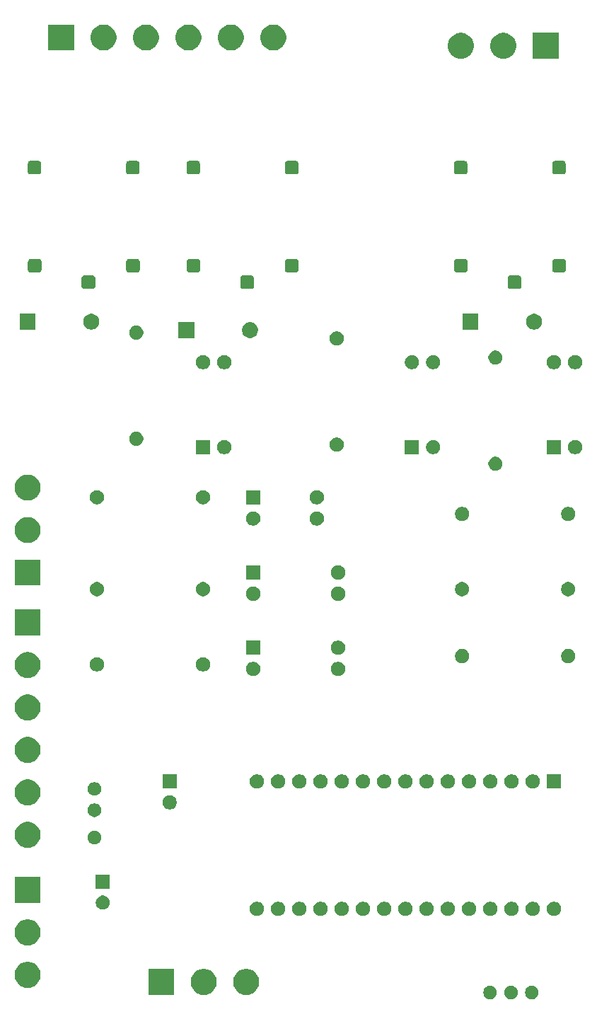
<source format=gts>
G04 #@! TF.GenerationSoftware,KiCad,Pcbnew,(5.1.5)-3*
G04 #@! TF.CreationDate,2019-12-23T19:31:05-05:00*
G04 #@! TF.ProjectId,control_digital,636f6e74-726f-46c5-9f64-69676974616c,rev?*
G04 #@! TF.SameCoordinates,Original*
G04 #@! TF.FileFunction,Soldermask,Top*
G04 #@! TF.FilePolarity,Negative*
%FSLAX46Y46*%
G04 Gerber Fmt 4.6, Leading zero omitted, Abs format (unit mm)*
G04 Created by KiCad (PCBNEW (5.1.5)-3) date 2019-12-23 19:31:05*
%MOMM*%
%LPD*%
G04 APERTURE LIST*
%ADD10C,0.100000*%
G04 APERTURE END LIST*
D10*
G36*
X80590442Y-136462342D02*
G01*
X80738401Y-136523629D01*
X80871555Y-136612599D01*
X80984801Y-136725845D01*
X81073771Y-136858999D01*
X81135058Y-137006958D01*
X81166300Y-137164025D01*
X81166300Y-137324175D01*
X81135058Y-137481242D01*
X81073771Y-137629201D01*
X80984801Y-137762355D01*
X80871555Y-137875601D01*
X80738401Y-137964571D01*
X80590442Y-138025858D01*
X80433375Y-138057100D01*
X80273225Y-138057100D01*
X80116158Y-138025858D01*
X79968199Y-137964571D01*
X79835045Y-137875601D01*
X79721799Y-137762355D01*
X79632829Y-137629201D01*
X79571542Y-137481242D01*
X79540300Y-137324175D01*
X79540300Y-137164025D01*
X79571542Y-137006958D01*
X79632829Y-136858999D01*
X79721799Y-136725845D01*
X79835045Y-136612599D01*
X79968199Y-136523629D01*
X80116158Y-136462342D01*
X80273225Y-136431100D01*
X80433375Y-136431100D01*
X80590442Y-136462342D01*
G37*
G36*
X78088542Y-136462342D02*
G01*
X78236501Y-136523629D01*
X78369655Y-136612599D01*
X78482901Y-136725845D01*
X78571871Y-136858999D01*
X78633158Y-137006958D01*
X78664400Y-137164025D01*
X78664400Y-137324175D01*
X78633158Y-137481242D01*
X78571871Y-137629201D01*
X78482901Y-137762355D01*
X78369655Y-137875601D01*
X78236501Y-137964571D01*
X78088542Y-138025858D01*
X77931475Y-138057100D01*
X77771325Y-138057100D01*
X77614258Y-138025858D01*
X77466299Y-137964571D01*
X77333145Y-137875601D01*
X77219899Y-137762355D01*
X77130929Y-137629201D01*
X77069642Y-137481242D01*
X77038400Y-137324175D01*
X77038400Y-137164025D01*
X77069642Y-137006958D01*
X77130929Y-136858999D01*
X77219899Y-136725845D01*
X77333145Y-136612599D01*
X77466299Y-136523629D01*
X77614258Y-136462342D01*
X77771325Y-136431100D01*
X77931475Y-136431100D01*
X78088542Y-136462342D01*
G37*
G36*
X75599342Y-136462342D02*
G01*
X75747301Y-136523629D01*
X75880455Y-136612599D01*
X75993701Y-136725845D01*
X76082671Y-136858999D01*
X76143958Y-137006958D01*
X76175200Y-137164025D01*
X76175200Y-137324175D01*
X76143958Y-137481242D01*
X76082671Y-137629201D01*
X75993701Y-137762355D01*
X75880455Y-137875601D01*
X75747301Y-137964571D01*
X75599342Y-138025858D01*
X75442275Y-138057100D01*
X75282125Y-138057100D01*
X75125058Y-138025858D01*
X74977099Y-137964571D01*
X74843945Y-137875601D01*
X74730699Y-137762355D01*
X74641729Y-137629201D01*
X74580442Y-137481242D01*
X74549200Y-137324175D01*
X74549200Y-137164025D01*
X74580442Y-137006958D01*
X74641729Y-136858999D01*
X74730699Y-136725845D01*
X74843945Y-136612599D01*
X74977099Y-136523629D01*
X75125058Y-136462342D01*
X75282125Y-136431100D01*
X75442275Y-136431100D01*
X75599342Y-136462342D01*
G37*
G36*
X37551000Y-137551000D02*
G01*
X34449000Y-137551000D01*
X34449000Y-134449000D01*
X37551000Y-134449000D01*
X37551000Y-137551000D01*
G37*
G36*
X46462585Y-134478802D02*
G01*
X46612410Y-134508604D01*
X46894674Y-134625521D01*
X47148705Y-134795259D01*
X47364741Y-135011295D01*
X47534479Y-135265326D01*
X47651396Y-135547590D01*
X47711000Y-135847240D01*
X47711000Y-136152760D01*
X47651396Y-136452410D01*
X47534479Y-136734674D01*
X47364741Y-136988705D01*
X47148705Y-137204741D01*
X46894674Y-137374479D01*
X46612410Y-137491396D01*
X46462585Y-137521198D01*
X46312761Y-137551000D01*
X46007239Y-137551000D01*
X45857415Y-137521198D01*
X45707590Y-137491396D01*
X45425326Y-137374479D01*
X45171295Y-137204741D01*
X44955259Y-136988705D01*
X44785521Y-136734674D01*
X44668604Y-136452410D01*
X44609000Y-136152760D01*
X44609000Y-135847240D01*
X44668604Y-135547590D01*
X44785521Y-135265326D01*
X44955259Y-135011295D01*
X45171295Y-134795259D01*
X45425326Y-134625521D01*
X45707590Y-134508604D01*
X45857415Y-134478802D01*
X46007239Y-134449000D01*
X46312761Y-134449000D01*
X46462585Y-134478802D01*
G37*
G36*
X41382585Y-134478802D02*
G01*
X41532410Y-134508604D01*
X41814674Y-134625521D01*
X42068705Y-134795259D01*
X42284741Y-135011295D01*
X42454479Y-135265326D01*
X42571396Y-135547590D01*
X42631000Y-135847240D01*
X42631000Y-136152760D01*
X42571396Y-136452410D01*
X42454479Y-136734674D01*
X42284741Y-136988705D01*
X42068705Y-137204741D01*
X41814674Y-137374479D01*
X41532410Y-137491396D01*
X41382585Y-137521198D01*
X41232761Y-137551000D01*
X40927239Y-137551000D01*
X40777415Y-137521198D01*
X40627590Y-137491396D01*
X40345326Y-137374479D01*
X40091295Y-137204741D01*
X39875259Y-136988705D01*
X39705521Y-136734674D01*
X39588604Y-136452410D01*
X39529000Y-136152760D01*
X39529000Y-135847240D01*
X39588604Y-135547590D01*
X39705521Y-135265326D01*
X39875259Y-135011295D01*
X40091295Y-134795259D01*
X40345326Y-134625521D01*
X40627590Y-134508604D01*
X40777415Y-134478802D01*
X40927239Y-134449000D01*
X41232761Y-134449000D01*
X41382585Y-134478802D01*
G37*
G36*
X20302585Y-133638802D02*
G01*
X20452410Y-133668604D01*
X20734674Y-133785521D01*
X20988705Y-133955259D01*
X21204741Y-134171295D01*
X21374479Y-134425326D01*
X21491396Y-134707590D01*
X21551000Y-135007240D01*
X21551000Y-135312760D01*
X21491396Y-135612410D01*
X21374479Y-135894674D01*
X21204741Y-136148705D01*
X20988705Y-136364741D01*
X20734674Y-136534479D01*
X20452410Y-136651396D01*
X20302585Y-136681198D01*
X20152761Y-136711000D01*
X19847239Y-136711000D01*
X19697415Y-136681198D01*
X19547590Y-136651396D01*
X19265326Y-136534479D01*
X19011295Y-136364741D01*
X18795259Y-136148705D01*
X18625521Y-135894674D01*
X18508604Y-135612410D01*
X18449000Y-135312760D01*
X18449000Y-135007240D01*
X18508604Y-134707590D01*
X18625521Y-134425326D01*
X18795259Y-134171295D01*
X19011295Y-133955259D01*
X19265326Y-133785521D01*
X19547590Y-133668604D01*
X19697415Y-133638802D01*
X19847239Y-133609000D01*
X20152761Y-133609000D01*
X20302585Y-133638802D01*
G37*
G36*
X20302585Y-128558802D02*
G01*
X20452410Y-128588604D01*
X20734674Y-128705521D01*
X20988705Y-128875259D01*
X21204741Y-129091295D01*
X21374479Y-129345326D01*
X21491396Y-129627590D01*
X21551000Y-129927240D01*
X21551000Y-130232760D01*
X21491396Y-130532410D01*
X21374479Y-130814674D01*
X21204741Y-131068705D01*
X20988705Y-131284741D01*
X20734674Y-131454479D01*
X20452410Y-131571396D01*
X20302585Y-131601198D01*
X20152761Y-131631000D01*
X19847239Y-131631000D01*
X19697415Y-131601198D01*
X19547590Y-131571396D01*
X19265326Y-131454479D01*
X19011295Y-131284741D01*
X18795259Y-131068705D01*
X18625521Y-130814674D01*
X18508604Y-130532410D01*
X18449000Y-130232760D01*
X18449000Y-129927240D01*
X18508604Y-129627590D01*
X18625521Y-129345326D01*
X18795259Y-129091295D01*
X19011295Y-128875259D01*
X19265326Y-128705521D01*
X19547590Y-128588604D01*
X19697415Y-128558802D01*
X19847239Y-128529000D01*
X20152761Y-128529000D01*
X20302585Y-128558802D01*
G37*
G36*
X52768228Y-126421703D02*
G01*
X52923100Y-126485853D01*
X53062481Y-126578985D01*
X53181015Y-126697519D01*
X53274147Y-126836900D01*
X53338297Y-126991772D01*
X53371000Y-127156184D01*
X53371000Y-127323816D01*
X53338297Y-127488228D01*
X53274147Y-127643100D01*
X53181015Y-127782481D01*
X53062481Y-127901015D01*
X52923100Y-127994147D01*
X52768228Y-128058297D01*
X52603816Y-128091000D01*
X52436184Y-128091000D01*
X52271772Y-128058297D01*
X52116900Y-127994147D01*
X51977519Y-127901015D01*
X51858985Y-127782481D01*
X51765853Y-127643100D01*
X51701703Y-127488228D01*
X51669000Y-127323816D01*
X51669000Y-127156184D01*
X51701703Y-126991772D01*
X51765853Y-126836900D01*
X51858985Y-126697519D01*
X51977519Y-126578985D01*
X52116900Y-126485853D01*
X52271772Y-126421703D01*
X52436184Y-126389000D01*
X52603816Y-126389000D01*
X52768228Y-126421703D01*
G37*
G36*
X50228228Y-126421703D02*
G01*
X50383100Y-126485853D01*
X50522481Y-126578985D01*
X50641015Y-126697519D01*
X50734147Y-126836900D01*
X50798297Y-126991772D01*
X50831000Y-127156184D01*
X50831000Y-127323816D01*
X50798297Y-127488228D01*
X50734147Y-127643100D01*
X50641015Y-127782481D01*
X50522481Y-127901015D01*
X50383100Y-127994147D01*
X50228228Y-128058297D01*
X50063816Y-128091000D01*
X49896184Y-128091000D01*
X49731772Y-128058297D01*
X49576900Y-127994147D01*
X49437519Y-127901015D01*
X49318985Y-127782481D01*
X49225853Y-127643100D01*
X49161703Y-127488228D01*
X49129000Y-127323816D01*
X49129000Y-127156184D01*
X49161703Y-126991772D01*
X49225853Y-126836900D01*
X49318985Y-126697519D01*
X49437519Y-126578985D01*
X49576900Y-126485853D01*
X49731772Y-126421703D01*
X49896184Y-126389000D01*
X50063816Y-126389000D01*
X50228228Y-126421703D01*
G37*
G36*
X55308228Y-126421703D02*
G01*
X55463100Y-126485853D01*
X55602481Y-126578985D01*
X55721015Y-126697519D01*
X55814147Y-126836900D01*
X55878297Y-126991772D01*
X55911000Y-127156184D01*
X55911000Y-127323816D01*
X55878297Y-127488228D01*
X55814147Y-127643100D01*
X55721015Y-127782481D01*
X55602481Y-127901015D01*
X55463100Y-127994147D01*
X55308228Y-128058297D01*
X55143816Y-128091000D01*
X54976184Y-128091000D01*
X54811772Y-128058297D01*
X54656900Y-127994147D01*
X54517519Y-127901015D01*
X54398985Y-127782481D01*
X54305853Y-127643100D01*
X54241703Y-127488228D01*
X54209000Y-127323816D01*
X54209000Y-127156184D01*
X54241703Y-126991772D01*
X54305853Y-126836900D01*
X54398985Y-126697519D01*
X54517519Y-126578985D01*
X54656900Y-126485853D01*
X54811772Y-126421703D01*
X54976184Y-126389000D01*
X55143816Y-126389000D01*
X55308228Y-126421703D01*
G37*
G36*
X57848228Y-126421703D02*
G01*
X58003100Y-126485853D01*
X58142481Y-126578985D01*
X58261015Y-126697519D01*
X58354147Y-126836900D01*
X58418297Y-126991772D01*
X58451000Y-127156184D01*
X58451000Y-127323816D01*
X58418297Y-127488228D01*
X58354147Y-127643100D01*
X58261015Y-127782481D01*
X58142481Y-127901015D01*
X58003100Y-127994147D01*
X57848228Y-128058297D01*
X57683816Y-128091000D01*
X57516184Y-128091000D01*
X57351772Y-128058297D01*
X57196900Y-127994147D01*
X57057519Y-127901015D01*
X56938985Y-127782481D01*
X56845853Y-127643100D01*
X56781703Y-127488228D01*
X56749000Y-127323816D01*
X56749000Y-127156184D01*
X56781703Y-126991772D01*
X56845853Y-126836900D01*
X56938985Y-126697519D01*
X57057519Y-126578985D01*
X57196900Y-126485853D01*
X57351772Y-126421703D01*
X57516184Y-126389000D01*
X57683816Y-126389000D01*
X57848228Y-126421703D01*
G37*
G36*
X60388228Y-126421703D02*
G01*
X60543100Y-126485853D01*
X60682481Y-126578985D01*
X60801015Y-126697519D01*
X60894147Y-126836900D01*
X60958297Y-126991772D01*
X60991000Y-127156184D01*
X60991000Y-127323816D01*
X60958297Y-127488228D01*
X60894147Y-127643100D01*
X60801015Y-127782481D01*
X60682481Y-127901015D01*
X60543100Y-127994147D01*
X60388228Y-128058297D01*
X60223816Y-128091000D01*
X60056184Y-128091000D01*
X59891772Y-128058297D01*
X59736900Y-127994147D01*
X59597519Y-127901015D01*
X59478985Y-127782481D01*
X59385853Y-127643100D01*
X59321703Y-127488228D01*
X59289000Y-127323816D01*
X59289000Y-127156184D01*
X59321703Y-126991772D01*
X59385853Y-126836900D01*
X59478985Y-126697519D01*
X59597519Y-126578985D01*
X59736900Y-126485853D01*
X59891772Y-126421703D01*
X60056184Y-126389000D01*
X60223816Y-126389000D01*
X60388228Y-126421703D01*
G37*
G36*
X62928228Y-126421703D02*
G01*
X63083100Y-126485853D01*
X63222481Y-126578985D01*
X63341015Y-126697519D01*
X63434147Y-126836900D01*
X63498297Y-126991772D01*
X63531000Y-127156184D01*
X63531000Y-127323816D01*
X63498297Y-127488228D01*
X63434147Y-127643100D01*
X63341015Y-127782481D01*
X63222481Y-127901015D01*
X63083100Y-127994147D01*
X62928228Y-128058297D01*
X62763816Y-128091000D01*
X62596184Y-128091000D01*
X62431772Y-128058297D01*
X62276900Y-127994147D01*
X62137519Y-127901015D01*
X62018985Y-127782481D01*
X61925853Y-127643100D01*
X61861703Y-127488228D01*
X61829000Y-127323816D01*
X61829000Y-127156184D01*
X61861703Y-126991772D01*
X61925853Y-126836900D01*
X62018985Y-126697519D01*
X62137519Y-126578985D01*
X62276900Y-126485853D01*
X62431772Y-126421703D01*
X62596184Y-126389000D01*
X62763816Y-126389000D01*
X62928228Y-126421703D01*
G37*
G36*
X68008228Y-126421703D02*
G01*
X68163100Y-126485853D01*
X68302481Y-126578985D01*
X68421015Y-126697519D01*
X68514147Y-126836900D01*
X68578297Y-126991772D01*
X68611000Y-127156184D01*
X68611000Y-127323816D01*
X68578297Y-127488228D01*
X68514147Y-127643100D01*
X68421015Y-127782481D01*
X68302481Y-127901015D01*
X68163100Y-127994147D01*
X68008228Y-128058297D01*
X67843816Y-128091000D01*
X67676184Y-128091000D01*
X67511772Y-128058297D01*
X67356900Y-127994147D01*
X67217519Y-127901015D01*
X67098985Y-127782481D01*
X67005853Y-127643100D01*
X66941703Y-127488228D01*
X66909000Y-127323816D01*
X66909000Y-127156184D01*
X66941703Y-126991772D01*
X67005853Y-126836900D01*
X67098985Y-126697519D01*
X67217519Y-126578985D01*
X67356900Y-126485853D01*
X67511772Y-126421703D01*
X67676184Y-126389000D01*
X67843816Y-126389000D01*
X68008228Y-126421703D01*
G37*
G36*
X83248228Y-126421703D02*
G01*
X83403100Y-126485853D01*
X83542481Y-126578985D01*
X83661015Y-126697519D01*
X83754147Y-126836900D01*
X83818297Y-126991772D01*
X83851000Y-127156184D01*
X83851000Y-127323816D01*
X83818297Y-127488228D01*
X83754147Y-127643100D01*
X83661015Y-127782481D01*
X83542481Y-127901015D01*
X83403100Y-127994147D01*
X83248228Y-128058297D01*
X83083816Y-128091000D01*
X82916184Y-128091000D01*
X82751772Y-128058297D01*
X82596900Y-127994147D01*
X82457519Y-127901015D01*
X82338985Y-127782481D01*
X82245853Y-127643100D01*
X82181703Y-127488228D01*
X82149000Y-127323816D01*
X82149000Y-127156184D01*
X82181703Y-126991772D01*
X82245853Y-126836900D01*
X82338985Y-126697519D01*
X82457519Y-126578985D01*
X82596900Y-126485853D01*
X82751772Y-126421703D01*
X82916184Y-126389000D01*
X83083816Y-126389000D01*
X83248228Y-126421703D01*
G37*
G36*
X47688228Y-126421703D02*
G01*
X47843100Y-126485853D01*
X47982481Y-126578985D01*
X48101015Y-126697519D01*
X48194147Y-126836900D01*
X48258297Y-126991772D01*
X48291000Y-127156184D01*
X48291000Y-127323816D01*
X48258297Y-127488228D01*
X48194147Y-127643100D01*
X48101015Y-127782481D01*
X47982481Y-127901015D01*
X47843100Y-127994147D01*
X47688228Y-128058297D01*
X47523816Y-128091000D01*
X47356184Y-128091000D01*
X47191772Y-128058297D01*
X47036900Y-127994147D01*
X46897519Y-127901015D01*
X46778985Y-127782481D01*
X46685853Y-127643100D01*
X46621703Y-127488228D01*
X46589000Y-127323816D01*
X46589000Y-127156184D01*
X46621703Y-126991772D01*
X46685853Y-126836900D01*
X46778985Y-126697519D01*
X46897519Y-126578985D01*
X47036900Y-126485853D01*
X47191772Y-126421703D01*
X47356184Y-126389000D01*
X47523816Y-126389000D01*
X47688228Y-126421703D01*
G37*
G36*
X78168228Y-126421703D02*
G01*
X78323100Y-126485853D01*
X78462481Y-126578985D01*
X78581015Y-126697519D01*
X78674147Y-126836900D01*
X78738297Y-126991772D01*
X78771000Y-127156184D01*
X78771000Y-127323816D01*
X78738297Y-127488228D01*
X78674147Y-127643100D01*
X78581015Y-127782481D01*
X78462481Y-127901015D01*
X78323100Y-127994147D01*
X78168228Y-128058297D01*
X78003816Y-128091000D01*
X77836184Y-128091000D01*
X77671772Y-128058297D01*
X77516900Y-127994147D01*
X77377519Y-127901015D01*
X77258985Y-127782481D01*
X77165853Y-127643100D01*
X77101703Y-127488228D01*
X77069000Y-127323816D01*
X77069000Y-127156184D01*
X77101703Y-126991772D01*
X77165853Y-126836900D01*
X77258985Y-126697519D01*
X77377519Y-126578985D01*
X77516900Y-126485853D01*
X77671772Y-126421703D01*
X77836184Y-126389000D01*
X78003816Y-126389000D01*
X78168228Y-126421703D01*
G37*
G36*
X75628228Y-126421703D02*
G01*
X75783100Y-126485853D01*
X75922481Y-126578985D01*
X76041015Y-126697519D01*
X76134147Y-126836900D01*
X76198297Y-126991772D01*
X76231000Y-127156184D01*
X76231000Y-127323816D01*
X76198297Y-127488228D01*
X76134147Y-127643100D01*
X76041015Y-127782481D01*
X75922481Y-127901015D01*
X75783100Y-127994147D01*
X75628228Y-128058297D01*
X75463816Y-128091000D01*
X75296184Y-128091000D01*
X75131772Y-128058297D01*
X74976900Y-127994147D01*
X74837519Y-127901015D01*
X74718985Y-127782481D01*
X74625853Y-127643100D01*
X74561703Y-127488228D01*
X74529000Y-127323816D01*
X74529000Y-127156184D01*
X74561703Y-126991772D01*
X74625853Y-126836900D01*
X74718985Y-126697519D01*
X74837519Y-126578985D01*
X74976900Y-126485853D01*
X75131772Y-126421703D01*
X75296184Y-126389000D01*
X75463816Y-126389000D01*
X75628228Y-126421703D01*
G37*
G36*
X73088228Y-126421703D02*
G01*
X73243100Y-126485853D01*
X73382481Y-126578985D01*
X73501015Y-126697519D01*
X73594147Y-126836900D01*
X73658297Y-126991772D01*
X73691000Y-127156184D01*
X73691000Y-127323816D01*
X73658297Y-127488228D01*
X73594147Y-127643100D01*
X73501015Y-127782481D01*
X73382481Y-127901015D01*
X73243100Y-127994147D01*
X73088228Y-128058297D01*
X72923816Y-128091000D01*
X72756184Y-128091000D01*
X72591772Y-128058297D01*
X72436900Y-127994147D01*
X72297519Y-127901015D01*
X72178985Y-127782481D01*
X72085853Y-127643100D01*
X72021703Y-127488228D01*
X71989000Y-127323816D01*
X71989000Y-127156184D01*
X72021703Y-126991772D01*
X72085853Y-126836900D01*
X72178985Y-126697519D01*
X72297519Y-126578985D01*
X72436900Y-126485853D01*
X72591772Y-126421703D01*
X72756184Y-126389000D01*
X72923816Y-126389000D01*
X73088228Y-126421703D01*
G37*
G36*
X70548228Y-126421703D02*
G01*
X70703100Y-126485853D01*
X70842481Y-126578985D01*
X70961015Y-126697519D01*
X71054147Y-126836900D01*
X71118297Y-126991772D01*
X71151000Y-127156184D01*
X71151000Y-127323816D01*
X71118297Y-127488228D01*
X71054147Y-127643100D01*
X70961015Y-127782481D01*
X70842481Y-127901015D01*
X70703100Y-127994147D01*
X70548228Y-128058297D01*
X70383816Y-128091000D01*
X70216184Y-128091000D01*
X70051772Y-128058297D01*
X69896900Y-127994147D01*
X69757519Y-127901015D01*
X69638985Y-127782481D01*
X69545853Y-127643100D01*
X69481703Y-127488228D01*
X69449000Y-127323816D01*
X69449000Y-127156184D01*
X69481703Y-126991772D01*
X69545853Y-126836900D01*
X69638985Y-126697519D01*
X69757519Y-126578985D01*
X69896900Y-126485853D01*
X70051772Y-126421703D01*
X70216184Y-126389000D01*
X70383816Y-126389000D01*
X70548228Y-126421703D01*
G37*
G36*
X65468228Y-126421703D02*
G01*
X65623100Y-126485853D01*
X65762481Y-126578985D01*
X65881015Y-126697519D01*
X65974147Y-126836900D01*
X66038297Y-126991772D01*
X66071000Y-127156184D01*
X66071000Y-127323816D01*
X66038297Y-127488228D01*
X65974147Y-127643100D01*
X65881015Y-127782481D01*
X65762481Y-127901015D01*
X65623100Y-127994147D01*
X65468228Y-128058297D01*
X65303816Y-128091000D01*
X65136184Y-128091000D01*
X64971772Y-128058297D01*
X64816900Y-127994147D01*
X64677519Y-127901015D01*
X64558985Y-127782481D01*
X64465853Y-127643100D01*
X64401703Y-127488228D01*
X64369000Y-127323816D01*
X64369000Y-127156184D01*
X64401703Y-126991772D01*
X64465853Y-126836900D01*
X64558985Y-126697519D01*
X64677519Y-126578985D01*
X64816900Y-126485853D01*
X64971772Y-126421703D01*
X65136184Y-126389000D01*
X65303816Y-126389000D01*
X65468228Y-126421703D01*
G37*
G36*
X80708228Y-126421703D02*
G01*
X80863100Y-126485853D01*
X81002481Y-126578985D01*
X81121015Y-126697519D01*
X81214147Y-126836900D01*
X81278297Y-126991772D01*
X81311000Y-127156184D01*
X81311000Y-127323816D01*
X81278297Y-127488228D01*
X81214147Y-127643100D01*
X81121015Y-127782481D01*
X81002481Y-127901015D01*
X80863100Y-127994147D01*
X80708228Y-128058297D01*
X80543816Y-128091000D01*
X80376184Y-128091000D01*
X80211772Y-128058297D01*
X80056900Y-127994147D01*
X79917519Y-127901015D01*
X79798985Y-127782481D01*
X79705853Y-127643100D01*
X79641703Y-127488228D01*
X79609000Y-127323816D01*
X79609000Y-127156184D01*
X79641703Y-126991772D01*
X79705853Y-126836900D01*
X79798985Y-126697519D01*
X79917519Y-126578985D01*
X80056900Y-126485853D01*
X80211772Y-126421703D01*
X80376184Y-126389000D01*
X80543816Y-126389000D01*
X80708228Y-126421703D01*
G37*
G36*
X29248228Y-125681703D02*
G01*
X29403100Y-125745853D01*
X29542481Y-125838985D01*
X29661015Y-125957519D01*
X29754147Y-126096900D01*
X29818297Y-126251772D01*
X29851000Y-126416184D01*
X29851000Y-126583816D01*
X29818297Y-126748228D01*
X29754147Y-126903100D01*
X29661015Y-127042481D01*
X29542481Y-127161015D01*
X29403100Y-127254147D01*
X29248228Y-127318297D01*
X29083816Y-127351000D01*
X28916184Y-127351000D01*
X28751772Y-127318297D01*
X28596900Y-127254147D01*
X28457519Y-127161015D01*
X28338985Y-127042481D01*
X28245853Y-126903100D01*
X28181703Y-126748228D01*
X28149000Y-126583816D01*
X28149000Y-126416184D01*
X28181703Y-126251772D01*
X28245853Y-126096900D01*
X28338985Y-125957519D01*
X28457519Y-125838985D01*
X28596900Y-125745853D01*
X28751772Y-125681703D01*
X28916184Y-125649000D01*
X29083816Y-125649000D01*
X29248228Y-125681703D01*
G37*
G36*
X21551000Y-126551000D02*
G01*
X18449000Y-126551000D01*
X18449000Y-123449000D01*
X21551000Y-123449000D01*
X21551000Y-126551000D01*
G37*
G36*
X29851000Y-124851000D02*
G01*
X28149000Y-124851000D01*
X28149000Y-123149000D01*
X29851000Y-123149000D01*
X29851000Y-124851000D01*
G37*
G36*
X20302585Y-116878802D02*
G01*
X20452410Y-116908604D01*
X20734674Y-117025521D01*
X20988705Y-117195259D01*
X21204741Y-117411295D01*
X21374479Y-117665326D01*
X21491396Y-117947590D01*
X21551000Y-118247240D01*
X21551000Y-118552760D01*
X21491396Y-118852410D01*
X21374479Y-119134674D01*
X21204741Y-119388705D01*
X20988705Y-119604741D01*
X20734674Y-119774479D01*
X20452410Y-119891396D01*
X20302585Y-119921198D01*
X20152761Y-119951000D01*
X19847239Y-119951000D01*
X19697415Y-119921198D01*
X19547590Y-119891396D01*
X19265326Y-119774479D01*
X19011295Y-119604741D01*
X18795259Y-119388705D01*
X18625521Y-119134674D01*
X18508604Y-118852410D01*
X18449000Y-118552760D01*
X18449000Y-118247240D01*
X18508604Y-117947590D01*
X18625521Y-117665326D01*
X18795259Y-117411295D01*
X19011295Y-117195259D01*
X19265326Y-117025521D01*
X19547590Y-116908604D01*
X19697415Y-116878802D01*
X19847239Y-116849000D01*
X20152761Y-116849000D01*
X20302585Y-116878802D01*
G37*
G36*
X28239942Y-117932242D02*
G01*
X28387901Y-117993529D01*
X28521055Y-118082499D01*
X28634301Y-118195745D01*
X28723271Y-118328899D01*
X28784558Y-118476858D01*
X28815800Y-118633925D01*
X28815800Y-118794075D01*
X28784558Y-118951142D01*
X28723271Y-119099101D01*
X28634301Y-119232255D01*
X28521055Y-119345501D01*
X28387901Y-119434471D01*
X28239942Y-119495758D01*
X28082875Y-119527000D01*
X27922725Y-119527000D01*
X27765658Y-119495758D01*
X27617699Y-119434471D01*
X27484545Y-119345501D01*
X27371299Y-119232255D01*
X27282329Y-119099101D01*
X27221042Y-118951142D01*
X27189800Y-118794075D01*
X27189800Y-118633925D01*
X27221042Y-118476858D01*
X27282329Y-118328899D01*
X27371299Y-118195745D01*
X27484545Y-118082499D01*
X27617699Y-117993529D01*
X27765658Y-117932242D01*
X27922725Y-117901000D01*
X28082875Y-117901000D01*
X28239942Y-117932242D01*
G37*
G36*
X28239942Y-114668342D02*
G01*
X28387901Y-114729629D01*
X28521055Y-114818599D01*
X28634301Y-114931845D01*
X28723271Y-115064999D01*
X28784558Y-115212958D01*
X28815800Y-115370025D01*
X28815800Y-115530175D01*
X28784558Y-115687242D01*
X28723271Y-115835201D01*
X28634301Y-115968355D01*
X28521055Y-116081601D01*
X28387901Y-116170571D01*
X28239942Y-116231858D01*
X28082875Y-116263100D01*
X27922725Y-116263100D01*
X27765658Y-116231858D01*
X27617699Y-116170571D01*
X27484545Y-116081601D01*
X27371299Y-115968355D01*
X27282329Y-115835201D01*
X27221042Y-115687242D01*
X27189800Y-115530175D01*
X27189800Y-115370025D01*
X27221042Y-115212958D01*
X27282329Y-115064999D01*
X27371299Y-114931845D01*
X27484545Y-114818599D01*
X27617699Y-114729629D01*
X27765658Y-114668342D01*
X27922725Y-114637100D01*
X28082875Y-114637100D01*
X28239942Y-114668342D01*
G37*
G36*
X37248228Y-113681703D02*
G01*
X37403100Y-113745853D01*
X37542481Y-113838985D01*
X37661015Y-113957519D01*
X37754147Y-114096900D01*
X37818297Y-114251772D01*
X37851000Y-114416184D01*
X37851000Y-114583816D01*
X37818297Y-114748228D01*
X37754147Y-114903100D01*
X37661015Y-115042481D01*
X37542481Y-115161015D01*
X37403100Y-115254147D01*
X37248228Y-115318297D01*
X37083816Y-115351000D01*
X36916184Y-115351000D01*
X36751772Y-115318297D01*
X36596900Y-115254147D01*
X36457519Y-115161015D01*
X36338985Y-115042481D01*
X36245853Y-114903100D01*
X36181703Y-114748228D01*
X36149000Y-114583816D01*
X36149000Y-114416184D01*
X36181703Y-114251772D01*
X36245853Y-114096900D01*
X36338985Y-113957519D01*
X36457519Y-113838985D01*
X36596900Y-113745853D01*
X36751772Y-113681703D01*
X36916184Y-113649000D01*
X37083816Y-113649000D01*
X37248228Y-113681703D01*
G37*
G36*
X20302585Y-111798802D02*
G01*
X20452410Y-111828604D01*
X20734674Y-111945521D01*
X20988705Y-112115259D01*
X21204741Y-112331295D01*
X21374479Y-112585326D01*
X21491396Y-112867590D01*
X21551000Y-113167240D01*
X21551000Y-113472760D01*
X21491396Y-113772410D01*
X21374479Y-114054674D01*
X21204741Y-114308705D01*
X20988705Y-114524741D01*
X20734674Y-114694479D01*
X20452410Y-114811396D01*
X20302585Y-114841198D01*
X20152761Y-114871000D01*
X19847239Y-114871000D01*
X19697415Y-114841198D01*
X19547590Y-114811396D01*
X19265326Y-114694479D01*
X19011295Y-114524741D01*
X18795259Y-114308705D01*
X18625521Y-114054674D01*
X18508604Y-113772410D01*
X18449000Y-113472760D01*
X18449000Y-113167240D01*
X18508604Y-112867590D01*
X18625521Y-112585326D01*
X18795259Y-112331295D01*
X19011295Y-112115259D01*
X19265326Y-111945521D01*
X19547590Y-111828604D01*
X19697415Y-111798802D01*
X19847239Y-111769000D01*
X20152761Y-111769000D01*
X20302585Y-111798802D01*
G37*
G36*
X28239942Y-112115642D02*
G01*
X28387901Y-112176929D01*
X28521055Y-112265899D01*
X28634301Y-112379145D01*
X28723271Y-112512299D01*
X28784558Y-112660258D01*
X28815800Y-112817325D01*
X28815800Y-112977475D01*
X28784558Y-113134542D01*
X28723271Y-113282501D01*
X28634301Y-113415655D01*
X28521055Y-113528901D01*
X28387901Y-113617871D01*
X28239942Y-113679158D01*
X28082875Y-113710400D01*
X27922725Y-113710400D01*
X27765658Y-113679158D01*
X27617699Y-113617871D01*
X27484545Y-113528901D01*
X27371299Y-113415655D01*
X27282329Y-113282501D01*
X27221042Y-113134542D01*
X27189800Y-112977475D01*
X27189800Y-112817325D01*
X27221042Y-112660258D01*
X27282329Y-112512299D01*
X27371299Y-112379145D01*
X27484545Y-112265899D01*
X27617699Y-112176929D01*
X27765658Y-112115642D01*
X27922725Y-112084400D01*
X28082875Y-112084400D01*
X28239942Y-112115642D01*
G37*
G36*
X47688228Y-111181703D02*
G01*
X47843100Y-111245853D01*
X47982481Y-111338985D01*
X48101015Y-111457519D01*
X48194147Y-111596900D01*
X48258297Y-111751772D01*
X48291000Y-111916184D01*
X48291000Y-112083816D01*
X48258297Y-112248228D01*
X48194147Y-112403100D01*
X48101015Y-112542481D01*
X47982481Y-112661015D01*
X47843100Y-112754147D01*
X47688228Y-112818297D01*
X47523816Y-112851000D01*
X47356184Y-112851000D01*
X47191772Y-112818297D01*
X47036900Y-112754147D01*
X46897519Y-112661015D01*
X46778985Y-112542481D01*
X46685853Y-112403100D01*
X46621703Y-112248228D01*
X46589000Y-112083816D01*
X46589000Y-111916184D01*
X46621703Y-111751772D01*
X46685853Y-111596900D01*
X46778985Y-111457519D01*
X46897519Y-111338985D01*
X47036900Y-111245853D01*
X47191772Y-111181703D01*
X47356184Y-111149000D01*
X47523816Y-111149000D01*
X47688228Y-111181703D01*
G37*
G36*
X73088228Y-111181703D02*
G01*
X73243100Y-111245853D01*
X73382481Y-111338985D01*
X73501015Y-111457519D01*
X73594147Y-111596900D01*
X73658297Y-111751772D01*
X73691000Y-111916184D01*
X73691000Y-112083816D01*
X73658297Y-112248228D01*
X73594147Y-112403100D01*
X73501015Y-112542481D01*
X73382481Y-112661015D01*
X73243100Y-112754147D01*
X73088228Y-112818297D01*
X72923816Y-112851000D01*
X72756184Y-112851000D01*
X72591772Y-112818297D01*
X72436900Y-112754147D01*
X72297519Y-112661015D01*
X72178985Y-112542481D01*
X72085853Y-112403100D01*
X72021703Y-112248228D01*
X71989000Y-112083816D01*
X71989000Y-111916184D01*
X72021703Y-111751772D01*
X72085853Y-111596900D01*
X72178985Y-111457519D01*
X72297519Y-111338985D01*
X72436900Y-111245853D01*
X72591772Y-111181703D01*
X72756184Y-111149000D01*
X72923816Y-111149000D01*
X73088228Y-111181703D01*
G37*
G36*
X50228228Y-111181703D02*
G01*
X50383100Y-111245853D01*
X50522481Y-111338985D01*
X50641015Y-111457519D01*
X50734147Y-111596900D01*
X50798297Y-111751772D01*
X50831000Y-111916184D01*
X50831000Y-112083816D01*
X50798297Y-112248228D01*
X50734147Y-112403100D01*
X50641015Y-112542481D01*
X50522481Y-112661015D01*
X50383100Y-112754147D01*
X50228228Y-112818297D01*
X50063816Y-112851000D01*
X49896184Y-112851000D01*
X49731772Y-112818297D01*
X49576900Y-112754147D01*
X49437519Y-112661015D01*
X49318985Y-112542481D01*
X49225853Y-112403100D01*
X49161703Y-112248228D01*
X49129000Y-112083816D01*
X49129000Y-111916184D01*
X49161703Y-111751772D01*
X49225853Y-111596900D01*
X49318985Y-111457519D01*
X49437519Y-111338985D01*
X49576900Y-111245853D01*
X49731772Y-111181703D01*
X49896184Y-111149000D01*
X50063816Y-111149000D01*
X50228228Y-111181703D01*
G37*
G36*
X52768228Y-111181703D02*
G01*
X52923100Y-111245853D01*
X53062481Y-111338985D01*
X53181015Y-111457519D01*
X53274147Y-111596900D01*
X53338297Y-111751772D01*
X53371000Y-111916184D01*
X53371000Y-112083816D01*
X53338297Y-112248228D01*
X53274147Y-112403100D01*
X53181015Y-112542481D01*
X53062481Y-112661015D01*
X52923100Y-112754147D01*
X52768228Y-112818297D01*
X52603816Y-112851000D01*
X52436184Y-112851000D01*
X52271772Y-112818297D01*
X52116900Y-112754147D01*
X51977519Y-112661015D01*
X51858985Y-112542481D01*
X51765853Y-112403100D01*
X51701703Y-112248228D01*
X51669000Y-112083816D01*
X51669000Y-111916184D01*
X51701703Y-111751772D01*
X51765853Y-111596900D01*
X51858985Y-111457519D01*
X51977519Y-111338985D01*
X52116900Y-111245853D01*
X52271772Y-111181703D01*
X52436184Y-111149000D01*
X52603816Y-111149000D01*
X52768228Y-111181703D01*
G37*
G36*
X55308228Y-111181703D02*
G01*
X55463100Y-111245853D01*
X55602481Y-111338985D01*
X55721015Y-111457519D01*
X55814147Y-111596900D01*
X55878297Y-111751772D01*
X55911000Y-111916184D01*
X55911000Y-112083816D01*
X55878297Y-112248228D01*
X55814147Y-112403100D01*
X55721015Y-112542481D01*
X55602481Y-112661015D01*
X55463100Y-112754147D01*
X55308228Y-112818297D01*
X55143816Y-112851000D01*
X54976184Y-112851000D01*
X54811772Y-112818297D01*
X54656900Y-112754147D01*
X54517519Y-112661015D01*
X54398985Y-112542481D01*
X54305853Y-112403100D01*
X54241703Y-112248228D01*
X54209000Y-112083816D01*
X54209000Y-111916184D01*
X54241703Y-111751772D01*
X54305853Y-111596900D01*
X54398985Y-111457519D01*
X54517519Y-111338985D01*
X54656900Y-111245853D01*
X54811772Y-111181703D01*
X54976184Y-111149000D01*
X55143816Y-111149000D01*
X55308228Y-111181703D01*
G37*
G36*
X57848228Y-111181703D02*
G01*
X58003100Y-111245853D01*
X58142481Y-111338985D01*
X58261015Y-111457519D01*
X58354147Y-111596900D01*
X58418297Y-111751772D01*
X58451000Y-111916184D01*
X58451000Y-112083816D01*
X58418297Y-112248228D01*
X58354147Y-112403100D01*
X58261015Y-112542481D01*
X58142481Y-112661015D01*
X58003100Y-112754147D01*
X57848228Y-112818297D01*
X57683816Y-112851000D01*
X57516184Y-112851000D01*
X57351772Y-112818297D01*
X57196900Y-112754147D01*
X57057519Y-112661015D01*
X56938985Y-112542481D01*
X56845853Y-112403100D01*
X56781703Y-112248228D01*
X56749000Y-112083816D01*
X56749000Y-111916184D01*
X56781703Y-111751772D01*
X56845853Y-111596900D01*
X56938985Y-111457519D01*
X57057519Y-111338985D01*
X57196900Y-111245853D01*
X57351772Y-111181703D01*
X57516184Y-111149000D01*
X57683816Y-111149000D01*
X57848228Y-111181703D01*
G37*
G36*
X62928228Y-111181703D02*
G01*
X63083100Y-111245853D01*
X63222481Y-111338985D01*
X63341015Y-111457519D01*
X63434147Y-111596900D01*
X63498297Y-111751772D01*
X63531000Y-111916184D01*
X63531000Y-112083816D01*
X63498297Y-112248228D01*
X63434147Y-112403100D01*
X63341015Y-112542481D01*
X63222481Y-112661015D01*
X63083100Y-112754147D01*
X62928228Y-112818297D01*
X62763816Y-112851000D01*
X62596184Y-112851000D01*
X62431772Y-112818297D01*
X62276900Y-112754147D01*
X62137519Y-112661015D01*
X62018985Y-112542481D01*
X61925853Y-112403100D01*
X61861703Y-112248228D01*
X61829000Y-112083816D01*
X61829000Y-111916184D01*
X61861703Y-111751772D01*
X61925853Y-111596900D01*
X62018985Y-111457519D01*
X62137519Y-111338985D01*
X62276900Y-111245853D01*
X62431772Y-111181703D01*
X62596184Y-111149000D01*
X62763816Y-111149000D01*
X62928228Y-111181703D01*
G37*
G36*
X60388228Y-111181703D02*
G01*
X60543100Y-111245853D01*
X60682481Y-111338985D01*
X60801015Y-111457519D01*
X60894147Y-111596900D01*
X60958297Y-111751772D01*
X60991000Y-111916184D01*
X60991000Y-112083816D01*
X60958297Y-112248228D01*
X60894147Y-112403100D01*
X60801015Y-112542481D01*
X60682481Y-112661015D01*
X60543100Y-112754147D01*
X60388228Y-112818297D01*
X60223816Y-112851000D01*
X60056184Y-112851000D01*
X59891772Y-112818297D01*
X59736900Y-112754147D01*
X59597519Y-112661015D01*
X59478985Y-112542481D01*
X59385853Y-112403100D01*
X59321703Y-112248228D01*
X59289000Y-112083816D01*
X59289000Y-111916184D01*
X59321703Y-111751772D01*
X59385853Y-111596900D01*
X59478985Y-111457519D01*
X59597519Y-111338985D01*
X59736900Y-111245853D01*
X59891772Y-111181703D01*
X60056184Y-111149000D01*
X60223816Y-111149000D01*
X60388228Y-111181703D01*
G37*
G36*
X80708228Y-111181703D02*
G01*
X80863100Y-111245853D01*
X81002481Y-111338985D01*
X81121015Y-111457519D01*
X81214147Y-111596900D01*
X81278297Y-111751772D01*
X81311000Y-111916184D01*
X81311000Y-112083816D01*
X81278297Y-112248228D01*
X81214147Y-112403100D01*
X81121015Y-112542481D01*
X81002481Y-112661015D01*
X80863100Y-112754147D01*
X80708228Y-112818297D01*
X80543816Y-112851000D01*
X80376184Y-112851000D01*
X80211772Y-112818297D01*
X80056900Y-112754147D01*
X79917519Y-112661015D01*
X79798985Y-112542481D01*
X79705853Y-112403100D01*
X79641703Y-112248228D01*
X79609000Y-112083816D01*
X79609000Y-111916184D01*
X79641703Y-111751772D01*
X79705853Y-111596900D01*
X79798985Y-111457519D01*
X79917519Y-111338985D01*
X80056900Y-111245853D01*
X80211772Y-111181703D01*
X80376184Y-111149000D01*
X80543816Y-111149000D01*
X80708228Y-111181703D01*
G37*
G36*
X78168228Y-111181703D02*
G01*
X78323100Y-111245853D01*
X78462481Y-111338985D01*
X78581015Y-111457519D01*
X78674147Y-111596900D01*
X78738297Y-111751772D01*
X78771000Y-111916184D01*
X78771000Y-112083816D01*
X78738297Y-112248228D01*
X78674147Y-112403100D01*
X78581015Y-112542481D01*
X78462481Y-112661015D01*
X78323100Y-112754147D01*
X78168228Y-112818297D01*
X78003816Y-112851000D01*
X77836184Y-112851000D01*
X77671772Y-112818297D01*
X77516900Y-112754147D01*
X77377519Y-112661015D01*
X77258985Y-112542481D01*
X77165853Y-112403100D01*
X77101703Y-112248228D01*
X77069000Y-112083816D01*
X77069000Y-111916184D01*
X77101703Y-111751772D01*
X77165853Y-111596900D01*
X77258985Y-111457519D01*
X77377519Y-111338985D01*
X77516900Y-111245853D01*
X77671772Y-111181703D01*
X77836184Y-111149000D01*
X78003816Y-111149000D01*
X78168228Y-111181703D01*
G37*
G36*
X83851000Y-112851000D02*
G01*
X82149000Y-112851000D01*
X82149000Y-111149000D01*
X83851000Y-111149000D01*
X83851000Y-112851000D01*
G37*
G36*
X68008228Y-111181703D02*
G01*
X68163100Y-111245853D01*
X68302481Y-111338985D01*
X68421015Y-111457519D01*
X68514147Y-111596900D01*
X68578297Y-111751772D01*
X68611000Y-111916184D01*
X68611000Y-112083816D01*
X68578297Y-112248228D01*
X68514147Y-112403100D01*
X68421015Y-112542481D01*
X68302481Y-112661015D01*
X68163100Y-112754147D01*
X68008228Y-112818297D01*
X67843816Y-112851000D01*
X67676184Y-112851000D01*
X67511772Y-112818297D01*
X67356900Y-112754147D01*
X67217519Y-112661015D01*
X67098985Y-112542481D01*
X67005853Y-112403100D01*
X66941703Y-112248228D01*
X66909000Y-112083816D01*
X66909000Y-111916184D01*
X66941703Y-111751772D01*
X67005853Y-111596900D01*
X67098985Y-111457519D01*
X67217519Y-111338985D01*
X67356900Y-111245853D01*
X67511772Y-111181703D01*
X67676184Y-111149000D01*
X67843816Y-111149000D01*
X68008228Y-111181703D01*
G37*
G36*
X75628228Y-111181703D02*
G01*
X75783100Y-111245853D01*
X75922481Y-111338985D01*
X76041015Y-111457519D01*
X76134147Y-111596900D01*
X76198297Y-111751772D01*
X76231000Y-111916184D01*
X76231000Y-112083816D01*
X76198297Y-112248228D01*
X76134147Y-112403100D01*
X76041015Y-112542481D01*
X75922481Y-112661015D01*
X75783100Y-112754147D01*
X75628228Y-112818297D01*
X75463816Y-112851000D01*
X75296184Y-112851000D01*
X75131772Y-112818297D01*
X74976900Y-112754147D01*
X74837519Y-112661015D01*
X74718985Y-112542481D01*
X74625853Y-112403100D01*
X74561703Y-112248228D01*
X74529000Y-112083816D01*
X74529000Y-111916184D01*
X74561703Y-111751772D01*
X74625853Y-111596900D01*
X74718985Y-111457519D01*
X74837519Y-111338985D01*
X74976900Y-111245853D01*
X75131772Y-111181703D01*
X75296184Y-111149000D01*
X75463816Y-111149000D01*
X75628228Y-111181703D01*
G37*
G36*
X37851000Y-112851000D02*
G01*
X36149000Y-112851000D01*
X36149000Y-111149000D01*
X37851000Y-111149000D01*
X37851000Y-112851000D01*
G37*
G36*
X70548228Y-111181703D02*
G01*
X70703100Y-111245853D01*
X70842481Y-111338985D01*
X70961015Y-111457519D01*
X71054147Y-111596900D01*
X71118297Y-111751772D01*
X71151000Y-111916184D01*
X71151000Y-112083816D01*
X71118297Y-112248228D01*
X71054147Y-112403100D01*
X70961015Y-112542481D01*
X70842481Y-112661015D01*
X70703100Y-112754147D01*
X70548228Y-112818297D01*
X70383816Y-112851000D01*
X70216184Y-112851000D01*
X70051772Y-112818297D01*
X69896900Y-112754147D01*
X69757519Y-112661015D01*
X69638985Y-112542481D01*
X69545853Y-112403100D01*
X69481703Y-112248228D01*
X69449000Y-112083816D01*
X69449000Y-111916184D01*
X69481703Y-111751772D01*
X69545853Y-111596900D01*
X69638985Y-111457519D01*
X69757519Y-111338985D01*
X69896900Y-111245853D01*
X70051772Y-111181703D01*
X70216184Y-111149000D01*
X70383816Y-111149000D01*
X70548228Y-111181703D01*
G37*
G36*
X65468228Y-111181703D02*
G01*
X65623100Y-111245853D01*
X65762481Y-111338985D01*
X65881015Y-111457519D01*
X65974147Y-111596900D01*
X66038297Y-111751772D01*
X66071000Y-111916184D01*
X66071000Y-112083816D01*
X66038297Y-112248228D01*
X65974147Y-112403100D01*
X65881015Y-112542481D01*
X65762481Y-112661015D01*
X65623100Y-112754147D01*
X65468228Y-112818297D01*
X65303816Y-112851000D01*
X65136184Y-112851000D01*
X64971772Y-112818297D01*
X64816900Y-112754147D01*
X64677519Y-112661015D01*
X64558985Y-112542481D01*
X64465853Y-112403100D01*
X64401703Y-112248228D01*
X64369000Y-112083816D01*
X64369000Y-111916184D01*
X64401703Y-111751772D01*
X64465853Y-111596900D01*
X64558985Y-111457519D01*
X64677519Y-111338985D01*
X64816900Y-111245853D01*
X64971772Y-111181703D01*
X65136184Y-111149000D01*
X65303816Y-111149000D01*
X65468228Y-111181703D01*
G37*
G36*
X20302585Y-106718802D02*
G01*
X20452410Y-106748604D01*
X20734674Y-106865521D01*
X20988705Y-107035259D01*
X21204741Y-107251295D01*
X21374479Y-107505326D01*
X21491396Y-107787590D01*
X21551000Y-108087240D01*
X21551000Y-108392760D01*
X21491396Y-108692410D01*
X21374479Y-108974674D01*
X21204741Y-109228705D01*
X20988705Y-109444741D01*
X20734674Y-109614479D01*
X20452410Y-109731396D01*
X20302585Y-109761198D01*
X20152761Y-109791000D01*
X19847239Y-109791000D01*
X19697415Y-109761198D01*
X19547590Y-109731396D01*
X19265326Y-109614479D01*
X19011295Y-109444741D01*
X18795259Y-109228705D01*
X18625521Y-108974674D01*
X18508604Y-108692410D01*
X18449000Y-108392760D01*
X18449000Y-108087240D01*
X18508604Y-107787590D01*
X18625521Y-107505326D01*
X18795259Y-107251295D01*
X19011295Y-107035259D01*
X19265326Y-106865521D01*
X19547590Y-106748604D01*
X19697415Y-106718802D01*
X19847239Y-106689000D01*
X20152761Y-106689000D01*
X20302585Y-106718802D01*
G37*
G36*
X20302585Y-101638802D02*
G01*
X20452410Y-101668604D01*
X20734674Y-101785521D01*
X20988705Y-101955259D01*
X21204741Y-102171295D01*
X21374479Y-102425326D01*
X21491396Y-102707590D01*
X21551000Y-103007240D01*
X21551000Y-103312760D01*
X21491396Y-103612410D01*
X21374479Y-103894674D01*
X21204741Y-104148705D01*
X20988705Y-104364741D01*
X20734674Y-104534479D01*
X20452410Y-104651396D01*
X20302585Y-104681198D01*
X20152761Y-104711000D01*
X19847239Y-104711000D01*
X19697415Y-104681198D01*
X19547590Y-104651396D01*
X19265326Y-104534479D01*
X19011295Y-104364741D01*
X18795259Y-104148705D01*
X18625521Y-103894674D01*
X18508604Y-103612410D01*
X18449000Y-103312760D01*
X18449000Y-103007240D01*
X18508604Y-102707590D01*
X18625521Y-102425326D01*
X18795259Y-102171295D01*
X19011295Y-101955259D01*
X19265326Y-101785521D01*
X19547590Y-101668604D01*
X19697415Y-101638802D01*
X19847239Y-101609000D01*
X20152761Y-101609000D01*
X20302585Y-101638802D01*
G37*
G36*
X20220529Y-96542480D02*
G01*
X20452410Y-96588604D01*
X20734674Y-96705521D01*
X20988705Y-96875259D01*
X21204741Y-97091295D01*
X21374479Y-97345326D01*
X21491396Y-97627590D01*
X21503611Y-97689000D01*
X21541402Y-97878985D01*
X21551000Y-97927240D01*
X21551000Y-98232760D01*
X21491396Y-98532410D01*
X21374479Y-98814674D01*
X21204741Y-99068705D01*
X20988705Y-99284741D01*
X20734674Y-99454479D01*
X20452410Y-99571396D01*
X20302585Y-99601198D01*
X20152761Y-99631000D01*
X19847239Y-99631000D01*
X19697415Y-99601198D01*
X19547590Y-99571396D01*
X19265326Y-99454479D01*
X19011295Y-99284741D01*
X18795259Y-99068705D01*
X18625521Y-98814674D01*
X18508604Y-98532410D01*
X18449000Y-98232760D01*
X18449000Y-97927240D01*
X18458599Y-97878985D01*
X18496389Y-97689000D01*
X18508604Y-97627590D01*
X18625521Y-97345326D01*
X18795259Y-97091295D01*
X19011295Y-96875259D01*
X19265326Y-96705521D01*
X19547590Y-96588604D01*
X19779471Y-96542480D01*
X19847239Y-96529000D01*
X20152761Y-96529000D01*
X20220529Y-96542480D01*
G37*
G36*
X57408228Y-97721703D02*
G01*
X57563100Y-97785853D01*
X57702481Y-97878985D01*
X57821015Y-97997519D01*
X57914147Y-98136900D01*
X57978297Y-98291772D01*
X58011000Y-98456184D01*
X58011000Y-98623816D01*
X57978297Y-98788228D01*
X57914147Y-98943100D01*
X57821015Y-99082481D01*
X57702481Y-99201015D01*
X57563100Y-99294147D01*
X57408228Y-99358297D01*
X57243816Y-99391000D01*
X57076184Y-99391000D01*
X56911772Y-99358297D01*
X56756900Y-99294147D01*
X56617519Y-99201015D01*
X56498985Y-99082481D01*
X56405853Y-98943100D01*
X56341703Y-98788228D01*
X56309000Y-98623816D01*
X56309000Y-98456184D01*
X56341703Y-98291772D01*
X56405853Y-98136900D01*
X56498985Y-97997519D01*
X56617519Y-97878985D01*
X56756900Y-97785853D01*
X56911772Y-97721703D01*
X57076184Y-97689000D01*
X57243816Y-97689000D01*
X57408228Y-97721703D01*
G37*
G36*
X47248228Y-97721703D02*
G01*
X47403100Y-97785853D01*
X47542481Y-97878985D01*
X47661015Y-97997519D01*
X47754147Y-98136900D01*
X47818297Y-98291772D01*
X47851000Y-98456184D01*
X47851000Y-98623816D01*
X47818297Y-98788228D01*
X47754147Y-98943100D01*
X47661015Y-99082481D01*
X47542481Y-99201015D01*
X47403100Y-99294147D01*
X47248228Y-99358297D01*
X47083816Y-99391000D01*
X46916184Y-99391000D01*
X46751772Y-99358297D01*
X46596900Y-99294147D01*
X46457519Y-99201015D01*
X46338985Y-99082481D01*
X46245853Y-98943100D01*
X46181703Y-98788228D01*
X46149000Y-98623816D01*
X46149000Y-98456184D01*
X46181703Y-98291772D01*
X46245853Y-98136900D01*
X46338985Y-97997519D01*
X46457519Y-97878985D01*
X46596900Y-97785853D01*
X46751772Y-97721703D01*
X46916184Y-97689000D01*
X47083816Y-97689000D01*
X47248228Y-97721703D01*
G37*
G36*
X41248228Y-97181703D02*
G01*
X41403100Y-97245853D01*
X41542481Y-97338985D01*
X41661015Y-97457519D01*
X41754147Y-97596900D01*
X41818297Y-97751772D01*
X41851000Y-97916184D01*
X41851000Y-98083816D01*
X41818297Y-98248228D01*
X41754147Y-98403100D01*
X41661015Y-98542481D01*
X41542481Y-98661015D01*
X41403100Y-98754147D01*
X41248228Y-98818297D01*
X41083816Y-98851000D01*
X40916184Y-98851000D01*
X40751772Y-98818297D01*
X40596900Y-98754147D01*
X40457519Y-98661015D01*
X40338985Y-98542481D01*
X40245853Y-98403100D01*
X40181703Y-98248228D01*
X40149000Y-98083816D01*
X40149000Y-97916184D01*
X40181703Y-97751772D01*
X40245853Y-97596900D01*
X40338985Y-97457519D01*
X40457519Y-97338985D01*
X40596900Y-97245853D01*
X40751772Y-97181703D01*
X40916184Y-97149000D01*
X41083816Y-97149000D01*
X41248228Y-97181703D01*
G37*
G36*
X28548228Y-97181703D02*
G01*
X28703100Y-97245853D01*
X28842481Y-97338985D01*
X28961015Y-97457519D01*
X29054147Y-97596900D01*
X29118297Y-97751772D01*
X29151000Y-97916184D01*
X29151000Y-98083816D01*
X29118297Y-98248228D01*
X29054147Y-98403100D01*
X28961015Y-98542481D01*
X28842481Y-98661015D01*
X28703100Y-98754147D01*
X28548228Y-98818297D01*
X28383816Y-98851000D01*
X28216184Y-98851000D01*
X28051772Y-98818297D01*
X27896900Y-98754147D01*
X27757519Y-98661015D01*
X27638985Y-98542481D01*
X27545853Y-98403100D01*
X27481703Y-98248228D01*
X27449000Y-98083816D01*
X27449000Y-97916184D01*
X27481703Y-97751772D01*
X27545853Y-97596900D01*
X27638985Y-97457519D01*
X27757519Y-97338985D01*
X27896900Y-97245853D01*
X28051772Y-97181703D01*
X28216184Y-97149000D01*
X28383816Y-97149000D01*
X28548228Y-97181703D01*
G37*
G36*
X72248228Y-96181703D02*
G01*
X72403100Y-96245853D01*
X72542481Y-96338985D01*
X72661015Y-96457519D01*
X72754147Y-96596900D01*
X72818297Y-96751772D01*
X72851000Y-96916184D01*
X72851000Y-97083816D01*
X72818297Y-97248228D01*
X72754147Y-97403100D01*
X72661015Y-97542481D01*
X72542481Y-97661015D01*
X72403100Y-97754147D01*
X72248228Y-97818297D01*
X72083816Y-97851000D01*
X71916184Y-97851000D01*
X71751772Y-97818297D01*
X71596900Y-97754147D01*
X71457519Y-97661015D01*
X71338985Y-97542481D01*
X71245853Y-97403100D01*
X71181703Y-97248228D01*
X71149000Y-97083816D01*
X71149000Y-96916184D01*
X71181703Y-96751772D01*
X71245853Y-96596900D01*
X71338985Y-96457519D01*
X71457519Y-96338985D01*
X71596900Y-96245853D01*
X71751772Y-96181703D01*
X71916184Y-96149000D01*
X72083816Y-96149000D01*
X72248228Y-96181703D01*
G37*
G36*
X84948228Y-96181703D02*
G01*
X85103100Y-96245853D01*
X85242481Y-96338985D01*
X85361015Y-96457519D01*
X85454147Y-96596900D01*
X85518297Y-96751772D01*
X85551000Y-96916184D01*
X85551000Y-97083816D01*
X85518297Y-97248228D01*
X85454147Y-97403100D01*
X85361015Y-97542481D01*
X85242481Y-97661015D01*
X85103100Y-97754147D01*
X84948228Y-97818297D01*
X84783816Y-97851000D01*
X84616184Y-97851000D01*
X84451772Y-97818297D01*
X84296900Y-97754147D01*
X84157519Y-97661015D01*
X84038985Y-97542481D01*
X83945853Y-97403100D01*
X83881703Y-97248228D01*
X83849000Y-97083816D01*
X83849000Y-96916184D01*
X83881703Y-96751772D01*
X83945853Y-96596900D01*
X84038985Y-96457519D01*
X84157519Y-96338985D01*
X84296900Y-96245853D01*
X84451772Y-96181703D01*
X84616184Y-96149000D01*
X84783816Y-96149000D01*
X84948228Y-96181703D01*
G37*
G36*
X47851000Y-96851000D02*
G01*
X46149000Y-96851000D01*
X46149000Y-95149000D01*
X47851000Y-95149000D01*
X47851000Y-96851000D01*
G37*
G36*
X57408228Y-95181703D02*
G01*
X57563100Y-95245853D01*
X57702481Y-95338985D01*
X57821015Y-95457519D01*
X57914147Y-95596900D01*
X57978297Y-95751772D01*
X58011000Y-95916184D01*
X58011000Y-96083816D01*
X57978297Y-96248228D01*
X57914147Y-96403100D01*
X57821015Y-96542481D01*
X57702481Y-96661015D01*
X57563100Y-96754147D01*
X57408228Y-96818297D01*
X57243816Y-96851000D01*
X57076184Y-96851000D01*
X56911772Y-96818297D01*
X56756900Y-96754147D01*
X56617519Y-96661015D01*
X56498985Y-96542481D01*
X56405853Y-96403100D01*
X56341703Y-96248228D01*
X56309000Y-96083816D01*
X56309000Y-95916184D01*
X56341703Y-95751772D01*
X56405853Y-95596900D01*
X56498985Y-95457519D01*
X56617519Y-95338985D01*
X56756900Y-95245853D01*
X56911772Y-95181703D01*
X57076184Y-95149000D01*
X57243816Y-95149000D01*
X57408228Y-95181703D01*
G37*
G36*
X21551000Y-94551000D02*
G01*
X18449000Y-94551000D01*
X18449000Y-91449000D01*
X21551000Y-91449000D01*
X21551000Y-94551000D01*
G37*
G36*
X57408228Y-88721703D02*
G01*
X57563100Y-88785853D01*
X57702481Y-88878985D01*
X57821015Y-88997519D01*
X57914147Y-89136900D01*
X57978297Y-89291772D01*
X58011000Y-89456184D01*
X58011000Y-89623816D01*
X57978297Y-89788228D01*
X57914147Y-89943100D01*
X57821015Y-90082481D01*
X57702481Y-90201015D01*
X57563100Y-90294147D01*
X57408228Y-90358297D01*
X57243816Y-90391000D01*
X57076184Y-90391000D01*
X56911772Y-90358297D01*
X56756900Y-90294147D01*
X56617519Y-90201015D01*
X56498985Y-90082481D01*
X56405853Y-89943100D01*
X56341703Y-89788228D01*
X56309000Y-89623816D01*
X56309000Y-89456184D01*
X56341703Y-89291772D01*
X56405853Y-89136900D01*
X56498985Y-88997519D01*
X56617519Y-88878985D01*
X56756900Y-88785853D01*
X56911772Y-88721703D01*
X57076184Y-88689000D01*
X57243816Y-88689000D01*
X57408228Y-88721703D01*
G37*
G36*
X47248228Y-88721703D02*
G01*
X47403100Y-88785853D01*
X47542481Y-88878985D01*
X47661015Y-88997519D01*
X47754147Y-89136900D01*
X47818297Y-89291772D01*
X47851000Y-89456184D01*
X47851000Y-89623816D01*
X47818297Y-89788228D01*
X47754147Y-89943100D01*
X47661015Y-90082481D01*
X47542481Y-90201015D01*
X47403100Y-90294147D01*
X47248228Y-90358297D01*
X47083816Y-90391000D01*
X46916184Y-90391000D01*
X46751772Y-90358297D01*
X46596900Y-90294147D01*
X46457519Y-90201015D01*
X46338985Y-90082481D01*
X46245853Y-89943100D01*
X46181703Y-89788228D01*
X46149000Y-89623816D01*
X46149000Y-89456184D01*
X46181703Y-89291772D01*
X46245853Y-89136900D01*
X46338985Y-88997519D01*
X46457519Y-88878985D01*
X46596900Y-88785853D01*
X46751772Y-88721703D01*
X46916184Y-88689000D01*
X47083816Y-88689000D01*
X47248228Y-88721703D01*
G37*
G36*
X72248228Y-88181703D02*
G01*
X72403100Y-88245853D01*
X72542481Y-88338985D01*
X72661015Y-88457519D01*
X72754147Y-88596900D01*
X72818297Y-88751772D01*
X72851000Y-88916184D01*
X72851000Y-89083816D01*
X72818297Y-89248228D01*
X72754147Y-89403100D01*
X72661015Y-89542481D01*
X72542481Y-89661015D01*
X72403100Y-89754147D01*
X72248228Y-89818297D01*
X72083816Y-89851000D01*
X71916184Y-89851000D01*
X71751772Y-89818297D01*
X71596900Y-89754147D01*
X71457519Y-89661015D01*
X71338985Y-89542481D01*
X71245853Y-89403100D01*
X71181703Y-89248228D01*
X71149000Y-89083816D01*
X71149000Y-88916184D01*
X71181703Y-88751772D01*
X71245853Y-88596900D01*
X71338985Y-88457519D01*
X71457519Y-88338985D01*
X71596900Y-88245853D01*
X71751772Y-88181703D01*
X71916184Y-88149000D01*
X72083816Y-88149000D01*
X72248228Y-88181703D01*
G37*
G36*
X41248228Y-88181703D02*
G01*
X41403100Y-88245853D01*
X41542481Y-88338985D01*
X41661015Y-88457519D01*
X41754147Y-88596900D01*
X41818297Y-88751772D01*
X41851000Y-88916184D01*
X41851000Y-89083816D01*
X41818297Y-89248228D01*
X41754147Y-89403100D01*
X41661015Y-89542481D01*
X41542481Y-89661015D01*
X41403100Y-89754147D01*
X41248228Y-89818297D01*
X41083816Y-89851000D01*
X40916184Y-89851000D01*
X40751772Y-89818297D01*
X40596900Y-89754147D01*
X40457519Y-89661015D01*
X40338985Y-89542481D01*
X40245853Y-89403100D01*
X40181703Y-89248228D01*
X40149000Y-89083816D01*
X40149000Y-88916184D01*
X40181703Y-88751772D01*
X40245853Y-88596900D01*
X40338985Y-88457519D01*
X40457519Y-88338985D01*
X40596900Y-88245853D01*
X40751772Y-88181703D01*
X40916184Y-88149000D01*
X41083816Y-88149000D01*
X41248228Y-88181703D01*
G37*
G36*
X84948228Y-88181703D02*
G01*
X85103100Y-88245853D01*
X85242481Y-88338985D01*
X85361015Y-88457519D01*
X85454147Y-88596900D01*
X85518297Y-88751772D01*
X85551000Y-88916184D01*
X85551000Y-89083816D01*
X85518297Y-89248228D01*
X85454147Y-89403100D01*
X85361015Y-89542481D01*
X85242481Y-89661015D01*
X85103100Y-89754147D01*
X84948228Y-89818297D01*
X84783816Y-89851000D01*
X84616184Y-89851000D01*
X84451772Y-89818297D01*
X84296900Y-89754147D01*
X84157519Y-89661015D01*
X84038985Y-89542481D01*
X83945853Y-89403100D01*
X83881703Y-89248228D01*
X83849000Y-89083816D01*
X83849000Y-88916184D01*
X83881703Y-88751772D01*
X83945853Y-88596900D01*
X84038985Y-88457519D01*
X84157519Y-88338985D01*
X84296900Y-88245853D01*
X84451772Y-88181703D01*
X84616184Y-88149000D01*
X84783816Y-88149000D01*
X84948228Y-88181703D01*
G37*
G36*
X28548228Y-88181703D02*
G01*
X28703100Y-88245853D01*
X28842481Y-88338985D01*
X28961015Y-88457519D01*
X29054147Y-88596900D01*
X29118297Y-88751772D01*
X29151000Y-88916184D01*
X29151000Y-89083816D01*
X29118297Y-89248228D01*
X29054147Y-89403100D01*
X28961015Y-89542481D01*
X28842481Y-89661015D01*
X28703100Y-89754147D01*
X28548228Y-89818297D01*
X28383816Y-89851000D01*
X28216184Y-89851000D01*
X28051772Y-89818297D01*
X27896900Y-89754147D01*
X27757519Y-89661015D01*
X27638985Y-89542481D01*
X27545853Y-89403100D01*
X27481703Y-89248228D01*
X27449000Y-89083816D01*
X27449000Y-88916184D01*
X27481703Y-88751772D01*
X27545853Y-88596900D01*
X27638985Y-88457519D01*
X27757519Y-88338985D01*
X27896900Y-88245853D01*
X28051772Y-88181703D01*
X28216184Y-88149000D01*
X28383816Y-88149000D01*
X28548228Y-88181703D01*
G37*
G36*
X21551000Y-88551000D02*
G01*
X18449000Y-88551000D01*
X18449000Y-85449000D01*
X21551000Y-85449000D01*
X21551000Y-88551000D01*
G37*
G36*
X57408228Y-86181703D02*
G01*
X57563100Y-86245853D01*
X57702481Y-86338985D01*
X57821015Y-86457519D01*
X57914147Y-86596900D01*
X57978297Y-86751772D01*
X58011000Y-86916184D01*
X58011000Y-87083816D01*
X57978297Y-87248228D01*
X57914147Y-87403100D01*
X57821015Y-87542481D01*
X57702481Y-87661015D01*
X57563100Y-87754147D01*
X57408228Y-87818297D01*
X57243816Y-87851000D01*
X57076184Y-87851000D01*
X56911772Y-87818297D01*
X56756900Y-87754147D01*
X56617519Y-87661015D01*
X56498985Y-87542481D01*
X56405853Y-87403100D01*
X56341703Y-87248228D01*
X56309000Y-87083816D01*
X56309000Y-86916184D01*
X56341703Y-86751772D01*
X56405853Y-86596900D01*
X56498985Y-86457519D01*
X56617519Y-86338985D01*
X56756900Y-86245853D01*
X56911772Y-86181703D01*
X57076184Y-86149000D01*
X57243816Y-86149000D01*
X57408228Y-86181703D01*
G37*
G36*
X47851000Y-87851000D02*
G01*
X46149000Y-87851000D01*
X46149000Y-86149000D01*
X47851000Y-86149000D01*
X47851000Y-87851000D01*
G37*
G36*
X20302585Y-80398802D02*
G01*
X20452410Y-80428604D01*
X20734674Y-80545521D01*
X20988705Y-80715259D01*
X21204741Y-80931295D01*
X21374479Y-81185326D01*
X21491396Y-81467590D01*
X21551000Y-81767240D01*
X21551000Y-82072760D01*
X21491396Y-82372410D01*
X21374479Y-82654674D01*
X21204741Y-82908705D01*
X20988705Y-83124741D01*
X20734674Y-83294479D01*
X20452410Y-83411396D01*
X20302585Y-83441198D01*
X20152761Y-83471000D01*
X19847239Y-83471000D01*
X19697415Y-83441198D01*
X19547590Y-83411396D01*
X19265326Y-83294479D01*
X19011295Y-83124741D01*
X18795259Y-82908705D01*
X18625521Y-82654674D01*
X18508604Y-82372410D01*
X18449000Y-82072760D01*
X18449000Y-81767240D01*
X18508604Y-81467590D01*
X18625521Y-81185326D01*
X18795259Y-80931295D01*
X19011295Y-80715259D01*
X19265326Y-80545521D01*
X19547590Y-80428604D01*
X19697415Y-80398802D01*
X19847239Y-80369000D01*
X20152761Y-80369000D01*
X20302585Y-80398802D01*
G37*
G36*
X47248228Y-79721703D02*
G01*
X47403100Y-79785853D01*
X47542481Y-79878985D01*
X47661015Y-79997519D01*
X47754147Y-80136900D01*
X47818297Y-80291772D01*
X47851000Y-80456184D01*
X47851000Y-80623816D01*
X47818297Y-80788228D01*
X47754147Y-80943100D01*
X47661015Y-81082481D01*
X47542481Y-81201015D01*
X47403100Y-81294147D01*
X47248228Y-81358297D01*
X47083816Y-81391000D01*
X46916184Y-81391000D01*
X46751772Y-81358297D01*
X46596900Y-81294147D01*
X46457519Y-81201015D01*
X46338985Y-81082481D01*
X46245853Y-80943100D01*
X46181703Y-80788228D01*
X46149000Y-80623816D01*
X46149000Y-80456184D01*
X46181703Y-80291772D01*
X46245853Y-80136900D01*
X46338985Y-79997519D01*
X46457519Y-79878985D01*
X46596900Y-79785853D01*
X46751772Y-79721703D01*
X46916184Y-79689000D01*
X47083816Y-79689000D01*
X47248228Y-79721703D01*
G37*
G36*
X54868228Y-79721703D02*
G01*
X55023100Y-79785853D01*
X55162481Y-79878985D01*
X55281015Y-79997519D01*
X55374147Y-80136900D01*
X55438297Y-80291772D01*
X55471000Y-80456184D01*
X55471000Y-80623816D01*
X55438297Y-80788228D01*
X55374147Y-80943100D01*
X55281015Y-81082481D01*
X55162481Y-81201015D01*
X55023100Y-81294147D01*
X54868228Y-81358297D01*
X54703816Y-81391000D01*
X54536184Y-81391000D01*
X54371772Y-81358297D01*
X54216900Y-81294147D01*
X54077519Y-81201015D01*
X53958985Y-81082481D01*
X53865853Y-80943100D01*
X53801703Y-80788228D01*
X53769000Y-80623816D01*
X53769000Y-80456184D01*
X53801703Y-80291772D01*
X53865853Y-80136900D01*
X53958985Y-79997519D01*
X54077519Y-79878985D01*
X54216900Y-79785853D01*
X54371772Y-79721703D01*
X54536184Y-79689000D01*
X54703816Y-79689000D01*
X54868228Y-79721703D01*
G37*
G36*
X72248228Y-79181703D02*
G01*
X72403100Y-79245853D01*
X72542481Y-79338985D01*
X72661015Y-79457519D01*
X72754147Y-79596900D01*
X72818297Y-79751772D01*
X72851000Y-79916184D01*
X72851000Y-80083816D01*
X72818297Y-80248228D01*
X72754147Y-80403100D01*
X72661015Y-80542481D01*
X72542481Y-80661015D01*
X72403100Y-80754147D01*
X72248228Y-80818297D01*
X72083816Y-80851000D01*
X71916184Y-80851000D01*
X71751772Y-80818297D01*
X71596900Y-80754147D01*
X71457519Y-80661015D01*
X71338985Y-80542481D01*
X71245853Y-80403100D01*
X71181703Y-80248228D01*
X71149000Y-80083816D01*
X71149000Y-79916184D01*
X71181703Y-79751772D01*
X71245853Y-79596900D01*
X71338985Y-79457519D01*
X71457519Y-79338985D01*
X71596900Y-79245853D01*
X71751772Y-79181703D01*
X71916184Y-79149000D01*
X72083816Y-79149000D01*
X72248228Y-79181703D01*
G37*
G36*
X84948228Y-79181703D02*
G01*
X85103100Y-79245853D01*
X85242481Y-79338985D01*
X85361015Y-79457519D01*
X85454147Y-79596900D01*
X85518297Y-79751772D01*
X85551000Y-79916184D01*
X85551000Y-80083816D01*
X85518297Y-80248228D01*
X85454147Y-80403100D01*
X85361015Y-80542481D01*
X85242481Y-80661015D01*
X85103100Y-80754147D01*
X84948228Y-80818297D01*
X84783816Y-80851000D01*
X84616184Y-80851000D01*
X84451772Y-80818297D01*
X84296900Y-80754147D01*
X84157519Y-80661015D01*
X84038985Y-80542481D01*
X83945853Y-80403100D01*
X83881703Y-80248228D01*
X83849000Y-80083816D01*
X83849000Y-79916184D01*
X83881703Y-79751772D01*
X83945853Y-79596900D01*
X84038985Y-79457519D01*
X84157519Y-79338985D01*
X84296900Y-79245853D01*
X84451772Y-79181703D01*
X84616184Y-79149000D01*
X84783816Y-79149000D01*
X84948228Y-79181703D01*
G37*
G36*
X47851000Y-78851000D02*
G01*
X46149000Y-78851000D01*
X46149000Y-77149000D01*
X47851000Y-77149000D01*
X47851000Y-78851000D01*
G37*
G36*
X28548228Y-77181703D02*
G01*
X28703100Y-77245853D01*
X28842481Y-77338985D01*
X28961015Y-77457519D01*
X29054147Y-77596900D01*
X29118297Y-77751772D01*
X29151000Y-77916184D01*
X29151000Y-78083816D01*
X29118297Y-78248228D01*
X29054147Y-78403100D01*
X28961015Y-78542481D01*
X28842481Y-78661015D01*
X28703100Y-78754147D01*
X28548228Y-78818297D01*
X28383816Y-78851000D01*
X28216184Y-78851000D01*
X28051772Y-78818297D01*
X27896900Y-78754147D01*
X27757519Y-78661015D01*
X27638985Y-78542481D01*
X27545853Y-78403100D01*
X27481703Y-78248228D01*
X27449000Y-78083816D01*
X27449000Y-77916184D01*
X27481703Y-77751772D01*
X27545853Y-77596900D01*
X27638985Y-77457519D01*
X27757519Y-77338985D01*
X27896900Y-77245853D01*
X28051772Y-77181703D01*
X28216184Y-77149000D01*
X28383816Y-77149000D01*
X28548228Y-77181703D01*
G37*
G36*
X41248228Y-77181703D02*
G01*
X41403100Y-77245853D01*
X41542481Y-77338985D01*
X41661015Y-77457519D01*
X41754147Y-77596900D01*
X41818297Y-77751772D01*
X41851000Y-77916184D01*
X41851000Y-78083816D01*
X41818297Y-78248228D01*
X41754147Y-78403100D01*
X41661015Y-78542481D01*
X41542481Y-78661015D01*
X41403100Y-78754147D01*
X41248228Y-78818297D01*
X41083816Y-78851000D01*
X40916184Y-78851000D01*
X40751772Y-78818297D01*
X40596900Y-78754147D01*
X40457519Y-78661015D01*
X40338985Y-78542481D01*
X40245853Y-78403100D01*
X40181703Y-78248228D01*
X40149000Y-78083816D01*
X40149000Y-77916184D01*
X40181703Y-77751772D01*
X40245853Y-77596900D01*
X40338985Y-77457519D01*
X40457519Y-77338985D01*
X40596900Y-77245853D01*
X40751772Y-77181703D01*
X40916184Y-77149000D01*
X41083816Y-77149000D01*
X41248228Y-77181703D01*
G37*
G36*
X54868228Y-77181703D02*
G01*
X55023100Y-77245853D01*
X55162481Y-77338985D01*
X55281015Y-77457519D01*
X55374147Y-77596900D01*
X55438297Y-77751772D01*
X55471000Y-77916184D01*
X55471000Y-78083816D01*
X55438297Y-78248228D01*
X55374147Y-78403100D01*
X55281015Y-78542481D01*
X55162481Y-78661015D01*
X55023100Y-78754147D01*
X54868228Y-78818297D01*
X54703816Y-78851000D01*
X54536184Y-78851000D01*
X54371772Y-78818297D01*
X54216900Y-78754147D01*
X54077519Y-78661015D01*
X53958985Y-78542481D01*
X53865853Y-78403100D01*
X53801703Y-78248228D01*
X53769000Y-78083816D01*
X53769000Y-77916184D01*
X53801703Y-77751772D01*
X53865853Y-77596900D01*
X53958985Y-77457519D01*
X54077519Y-77338985D01*
X54216900Y-77245853D01*
X54371772Y-77181703D01*
X54536184Y-77149000D01*
X54703816Y-77149000D01*
X54868228Y-77181703D01*
G37*
G36*
X20302585Y-75318802D02*
G01*
X20452410Y-75348604D01*
X20734674Y-75465521D01*
X20988705Y-75635259D01*
X21204741Y-75851295D01*
X21374479Y-76105326D01*
X21491396Y-76387590D01*
X21551000Y-76687240D01*
X21551000Y-76992760D01*
X21491396Y-77292410D01*
X21374479Y-77574674D01*
X21204741Y-77828705D01*
X20988705Y-78044741D01*
X20734674Y-78214479D01*
X20452410Y-78331396D01*
X20302585Y-78361198D01*
X20152761Y-78391000D01*
X19847239Y-78391000D01*
X19697415Y-78361198D01*
X19547590Y-78331396D01*
X19265326Y-78214479D01*
X19011295Y-78044741D01*
X18795259Y-77828705D01*
X18625521Y-77574674D01*
X18508604Y-77292410D01*
X18449000Y-76992760D01*
X18449000Y-76687240D01*
X18508604Y-76387590D01*
X18625521Y-76105326D01*
X18795259Y-75851295D01*
X19011295Y-75635259D01*
X19265326Y-75465521D01*
X19547590Y-75348604D01*
X19697415Y-75318802D01*
X19847239Y-75289000D01*
X20152761Y-75289000D01*
X20302585Y-75318802D01*
G37*
G36*
X76248228Y-73181703D02*
G01*
X76403100Y-73245853D01*
X76542481Y-73338985D01*
X76661015Y-73457519D01*
X76754147Y-73596900D01*
X76818297Y-73751772D01*
X76851000Y-73916184D01*
X76851000Y-74083816D01*
X76818297Y-74248228D01*
X76754147Y-74403100D01*
X76661015Y-74542481D01*
X76542481Y-74661015D01*
X76403100Y-74754147D01*
X76248228Y-74818297D01*
X76083816Y-74851000D01*
X75916184Y-74851000D01*
X75751772Y-74818297D01*
X75596900Y-74754147D01*
X75457519Y-74661015D01*
X75338985Y-74542481D01*
X75245853Y-74403100D01*
X75181703Y-74248228D01*
X75149000Y-74083816D01*
X75149000Y-73916184D01*
X75181703Y-73751772D01*
X75245853Y-73596900D01*
X75338985Y-73457519D01*
X75457519Y-73338985D01*
X75596900Y-73245853D01*
X75751772Y-73181703D01*
X75916184Y-73149000D01*
X76083816Y-73149000D01*
X76248228Y-73181703D01*
G37*
G36*
X41851000Y-72851000D02*
G01*
X40149000Y-72851000D01*
X40149000Y-71149000D01*
X41851000Y-71149000D01*
X41851000Y-72851000D01*
G37*
G36*
X85788228Y-71181703D02*
G01*
X85943100Y-71245853D01*
X86082481Y-71338985D01*
X86201015Y-71457519D01*
X86294147Y-71596900D01*
X86358297Y-71751772D01*
X86391000Y-71916184D01*
X86391000Y-72083816D01*
X86358297Y-72248228D01*
X86294147Y-72403100D01*
X86201015Y-72542481D01*
X86082481Y-72661015D01*
X85943100Y-72754147D01*
X85788228Y-72818297D01*
X85623816Y-72851000D01*
X85456184Y-72851000D01*
X85291772Y-72818297D01*
X85136900Y-72754147D01*
X84997519Y-72661015D01*
X84878985Y-72542481D01*
X84785853Y-72403100D01*
X84721703Y-72248228D01*
X84689000Y-72083816D01*
X84689000Y-71916184D01*
X84721703Y-71751772D01*
X84785853Y-71596900D01*
X84878985Y-71457519D01*
X84997519Y-71338985D01*
X85136900Y-71245853D01*
X85291772Y-71181703D01*
X85456184Y-71149000D01*
X85623816Y-71149000D01*
X85788228Y-71181703D01*
G37*
G36*
X43788228Y-71181703D02*
G01*
X43943100Y-71245853D01*
X44082481Y-71338985D01*
X44201015Y-71457519D01*
X44294147Y-71596900D01*
X44358297Y-71751772D01*
X44391000Y-71916184D01*
X44391000Y-72083816D01*
X44358297Y-72248228D01*
X44294147Y-72403100D01*
X44201015Y-72542481D01*
X44082481Y-72661015D01*
X43943100Y-72754147D01*
X43788228Y-72818297D01*
X43623816Y-72851000D01*
X43456184Y-72851000D01*
X43291772Y-72818297D01*
X43136900Y-72754147D01*
X42997519Y-72661015D01*
X42878985Y-72542481D01*
X42785853Y-72403100D01*
X42721703Y-72248228D01*
X42689000Y-72083816D01*
X42689000Y-71916184D01*
X42721703Y-71751772D01*
X42785853Y-71596900D01*
X42878985Y-71457519D01*
X42997519Y-71338985D01*
X43136900Y-71245853D01*
X43291772Y-71181703D01*
X43456184Y-71149000D01*
X43623816Y-71149000D01*
X43788228Y-71181703D01*
G37*
G36*
X68788228Y-71181703D02*
G01*
X68943100Y-71245853D01*
X69082481Y-71338985D01*
X69201015Y-71457519D01*
X69294147Y-71596900D01*
X69358297Y-71751772D01*
X69391000Y-71916184D01*
X69391000Y-72083816D01*
X69358297Y-72248228D01*
X69294147Y-72403100D01*
X69201015Y-72542481D01*
X69082481Y-72661015D01*
X68943100Y-72754147D01*
X68788228Y-72818297D01*
X68623816Y-72851000D01*
X68456184Y-72851000D01*
X68291772Y-72818297D01*
X68136900Y-72754147D01*
X67997519Y-72661015D01*
X67878985Y-72542481D01*
X67785853Y-72403100D01*
X67721703Y-72248228D01*
X67689000Y-72083816D01*
X67689000Y-71916184D01*
X67721703Y-71751772D01*
X67785853Y-71596900D01*
X67878985Y-71457519D01*
X67997519Y-71338985D01*
X68136900Y-71245853D01*
X68291772Y-71181703D01*
X68456184Y-71149000D01*
X68623816Y-71149000D01*
X68788228Y-71181703D01*
G37*
G36*
X66851000Y-72851000D02*
G01*
X65149000Y-72851000D01*
X65149000Y-71149000D01*
X66851000Y-71149000D01*
X66851000Y-72851000D01*
G37*
G36*
X83851000Y-72851000D02*
G01*
X82149000Y-72851000D01*
X82149000Y-71149000D01*
X83851000Y-71149000D01*
X83851000Y-72851000D01*
G37*
G36*
X57248228Y-70881703D02*
G01*
X57403100Y-70945853D01*
X57542481Y-71038985D01*
X57661015Y-71157519D01*
X57754147Y-71296900D01*
X57818297Y-71451772D01*
X57851000Y-71616184D01*
X57851000Y-71783816D01*
X57818297Y-71948228D01*
X57754147Y-72103100D01*
X57661015Y-72242481D01*
X57542481Y-72361015D01*
X57403100Y-72454147D01*
X57248228Y-72518297D01*
X57083816Y-72551000D01*
X56916184Y-72551000D01*
X56751772Y-72518297D01*
X56596900Y-72454147D01*
X56457519Y-72361015D01*
X56338985Y-72242481D01*
X56245853Y-72103100D01*
X56181703Y-71948228D01*
X56149000Y-71783816D01*
X56149000Y-71616184D01*
X56181703Y-71451772D01*
X56245853Y-71296900D01*
X56338985Y-71157519D01*
X56457519Y-71038985D01*
X56596900Y-70945853D01*
X56751772Y-70881703D01*
X56916184Y-70849000D01*
X57083816Y-70849000D01*
X57248228Y-70881703D01*
G37*
G36*
X33248228Y-70181703D02*
G01*
X33403100Y-70245853D01*
X33542481Y-70338985D01*
X33661015Y-70457519D01*
X33754147Y-70596900D01*
X33818297Y-70751772D01*
X33851000Y-70916184D01*
X33851000Y-71083816D01*
X33818297Y-71248228D01*
X33754147Y-71403100D01*
X33661015Y-71542481D01*
X33542481Y-71661015D01*
X33403100Y-71754147D01*
X33248228Y-71818297D01*
X33083816Y-71851000D01*
X32916184Y-71851000D01*
X32751772Y-71818297D01*
X32596900Y-71754147D01*
X32457519Y-71661015D01*
X32338985Y-71542481D01*
X32245853Y-71403100D01*
X32181703Y-71248228D01*
X32149000Y-71083816D01*
X32149000Y-70916184D01*
X32181703Y-70751772D01*
X32245853Y-70596900D01*
X32338985Y-70457519D01*
X32457519Y-70338985D01*
X32596900Y-70245853D01*
X32751772Y-70181703D01*
X32916184Y-70149000D01*
X33083816Y-70149000D01*
X33248228Y-70181703D01*
G37*
G36*
X85788228Y-61021703D02*
G01*
X85943100Y-61085853D01*
X86082481Y-61178985D01*
X86201015Y-61297519D01*
X86294147Y-61436900D01*
X86358297Y-61591772D01*
X86391000Y-61756184D01*
X86391000Y-61923816D01*
X86358297Y-62088228D01*
X86294147Y-62243100D01*
X86201015Y-62382481D01*
X86082481Y-62501015D01*
X85943100Y-62594147D01*
X85788228Y-62658297D01*
X85623816Y-62691000D01*
X85456184Y-62691000D01*
X85291772Y-62658297D01*
X85136900Y-62594147D01*
X84997519Y-62501015D01*
X84878985Y-62382481D01*
X84785853Y-62243100D01*
X84721703Y-62088228D01*
X84689000Y-61923816D01*
X84689000Y-61756184D01*
X84721703Y-61591772D01*
X84785853Y-61436900D01*
X84878985Y-61297519D01*
X84997519Y-61178985D01*
X85136900Y-61085853D01*
X85291772Y-61021703D01*
X85456184Y-60989000D01*
X85623816Y-60989000D01*
X85788228Y-61021703D01*
G37*
G36*
X68788228Y-61021703D02*
G01*
X68943100Y-61085853D01*
X69082481Y-61178985D01*
X69201015Y-61297519D01*
X69294147Y-61436900D01*
X69358297Y-61591772D01*
X69391000Y-61756184D01*
X69391000Y-61923816D01*
X69358297Y-62088228D01*
X69294147Y-62243100D01*
X69201015Y-62382481D01*
X69082481Y-62501015D01*
X68943100Y-62594147D01*
X68788228Y-62658297D01*
X68623816Y-62691000D01*
X68456184Y-62691000D01*
X68291772Y-62658297D01*
X68136900Y-62594147D01*
X67997519Y-62501015D01*
X67878985Y-62382481D01*
X67785853Y-62243100D01*
X67721703Y-62088228D01*
X67689000Y-61923816D01*
X67689000Y-61756184D01*
X67721703Y-61591772D01*
X67785853Y-61436900D01*
X67878985Y-61297519D01*
X67997519Y-61178985D01*
X68136900Y-61085853D01*
X68291772Y-61021703D01*
X68456184Y-60989000D01*
X68623816Y-60989000D01*
X68788228Y-61021703D01*
G37*
G36*
X66248228Y-61021703D02*
G01*
X66403100Y-61085853D01*
X66542481Y-61178985D01*
X66661015Y-61297519D01*
X66754147Y-61436900D01*
X66818297Y-61591772D01*
X66851000Y-61756184D01*
X66851000Y-61923816D01*
X66818297Y-62088228D01*
X66754147Y-62243100D01*
X66661015Y-62382481D01*
X66542481Y-62501015D01*
X66403100Y-62594147D01*
X66248228Y-62658297D01*
X66083816Y-62691000D01*
X65916184Y-62691000D01*
X65751772Y-62658297D01*
X65596900Y-62594147D01*
X65457519Y-62501015D01*
X65338985Y-62382481D01*
X65245853Y-62243100D01*
X65181703Y-62088228D01*
X65149000Y-61923816D01*
X65149000Y-61756184D01*
X65181703Y-61591772D01*
X65245853Y-61436900D01*
X65338985Y-61297519D01*
X65457519Y-61178985D01*
X65596900Y-61085853D01*
X65751772Y-61021703D01*
X65916184Y-60989000D01*
X66083816Y-60989000D01*
X66248228Y-61021703D01*
G37*
G36*
X41248228Y-61021703D02*
G01*
X41403100Y-61085853D01*
X41542481Y-61178985D01*
X41661015Y-61297519D01*
X41754147Y-61436900D01*
X41818297Y-61591772D01*
X41851000Y-61756184D01*
X41851000Y-61923816D01*
X41818297Y-62088228D01*
X41754147Y-62243100D01*
X41661015Y-62382481D01*
X41542481Y-62501015D01*
X41403100Y-62594147D01*
X41248228Y-62658297D01*
X41083816Y-62691000D01*
X40916184Y-62691000D01*
X40751772Y-62658297D01*
X40596900Y-62594147D01*
X40457519Y-62501015D01*
X40338985Y-62382481D01*
X40245853Y-62243100D01*
X40181703Y-62088228D01*
X40149000Y-61923816D01*
X40149000Y-61756184D01*
X40181703Y-61591772D01*
X40245853Y-61436900D01*
X40338985Y-61297519D01*
X40457519Y-61178985D01*
X40596900Y-61085853D01*
X40751772Y-61021703D01*
X40916184Y-60989000D01*
X41083816Y-60989000D01*
X41248228Y-61021703D01*
G37*
G36*
X43788228Y-61021703D02*
G01*
X43943100Y-61085853D01*
X44082481Y-61178985D01*
X44201015Y-61297519D01*
X44294147Y-61436900D01*
X44358297Y-61591772D01*
X44391000Y-61756184D01*
X44391000Y-61923816D01*
X44358297Y-62088228D01*
X44294147Y-62243100D01*
X44201015Y-62382481D01*
X44082481Y-62501015D01*
X43943100Y-62594147D01*
X43788228Y-62658297D01*
X43623816Y-62691000D01*
X43456184Y-62691000D01*
X43291772Y-62658297D01*
X43136900Y-62594147D01*
X42997519Y-62501015D01*
X42878985Y-62382481D01*
X42785853Y-62243100D01*
X42721703Y-62088228D01*
X42689000Y-61923816D01*
X42689000Y-61756184D01*
X42721703Y-61591772D01*
X42785853Y-61436900D01*
X42878985Y-61297519D01*
X42997519Y-61178985D01*
X43136900Y-61085853D01*
X43291772Y-61021703D01*
X43456184Y-60989000D01*
X43623816Y-60989000D01*
X43788228Y-61021703D01*
G37*
G36*
X83248228Y-61021703D02*
G01*
X83403100Y-61085853D01*
X83542481Y-61178985D01*
X83661015Y-61297519D01*
X83754147Y-61436900D01*
X83818297Y-61591772D01*
X83851000Y-61756184D01*
X83851000Y-61923816D01*
X83818297Y-62088228D01*
X83754147Y-62243100D01*
X83661015Y-62382481D01*
X83542481Y-62501015D01*
X83403100Y-62594147D01*
X83248228Y-62658297D01*
X83083816Y-62691000D01*
X82916184Y-62691000D01*
X82751772Y-62658297D01*
X82596900Y-62594147D01*
X82457519Y-62501015D01*
X82338985Y-62382481D01*
X82245853Y-62243100D01*
X82181703Y-62088228D01*
X82149000Y-61923816D01*
X82149000Y-61756184D01*
X82181703Y-61591772D01*
X82245853Y-61436900D01*
X82338985Y-61297519D01*
X82457519Y-61178985D01*
X82596900Y-61085853D01*
X82751772Y-61021703D01*
X82916184Y-60989000D01*
X83083816Y-60989000D01*
X83248228Y-61021703D01*
G37*
G36*
X76248228Y-60481703D02*
G01*
X76403100Y-60545853D01*
X76542481Y-60638985D01*
X76661015Y-60757519D01*
X76754147Y-60896900D01*
X76818297Y-61051772D01*
X76851000Y-61216184D01*
X76851000Y-61383816D01*
X76818297Y-61548228D01*
X76754147Y-61703100D01*
X76661015Y-61842481D01*
X76542481Y-61961015D01*
X76403100Y-62054147D01*
X76248228Y-62118297D01*
X76083816Y-62151000D01*
X75916184Y-62151000D01*
X75751772Y-62118297D01*
X75596900Y-62054147D01*
X75457519Y-61961015D01*
X75338985Y-61842481D01*
X75245853Y-61703100D01*
X75181703Y-61548228D01*
X75149000Y-61383816D01*
X75149000Y-61216184D01*
X75181703Y-61051772D01*
X75245853Y-60896900D01*
X75338985Y-60757519D01*
X75457519Y-60638985D01*
X75596900Y-60545853D01*
X75751772Y-60481703D01*
X75916184Y-60449000D01*
X76083816Y-60449000D01*
X76248228Y-60481703D01*
G37*
G36*
X57248228Y-58181703D02*
G01*
X57403100Y-58245853D01*
X57542481Y-58338985D01*
X57661015Y-58457519D01*
X57754147Y-58596900D01*
X57818297Y-58751772D01*
X57851000Y-58916184D01*
X57851000Y-59083816D01*
X57818297Y-59248228D01*
X57754147Y-59403100D01*
X57661015Y-59542481D01*
X57542481Y-59661015D01*
X57403100Y-59754147D01*
X57248228Y-59818297D01*
X57083816Y-59851000D01*
X56916184Y-59851000D01*
X56751772Y-59818297D01*
X56596900Y-59754147D01*
X56457519Y-59661015D01*
X56338985Y-59542481D01*
X56245853Y-59403100D01*
X56181703Y-59248228D01*
X56149000Y-59083816D01*
X56149000Y-58916184D01*
X56181703Y-58751772D01*
X56245853Y-58596900D01*
X56338985Y-58457519D01*
X56457519Y-58338985D01*
X56596900Y-58245853D01*
X56751772Y-58181703D01*
X56916184Y-58149000D01*
X57083816Y-58149000D01*
X57248228Y-58181703D01*
G37*
G36*
X33248228Y-57481703D02*
G01*
X33403100Y-57545853D01*
X33542481Y-57638985D01*
X33661015Y-57757519D01*
X33754147Y-57896900D01*
X33818297Y-58051772D01*
X33851000Y-58216184D01*
X33851000Y-58383816D01*
X33818297Y-58548228D01*
X33754147Y-58703100D01*
X33661015Y-58842481D01*
X33542481Y-58961015D01*
X33403100Y-59054147D01*
X33248228Y-59118297D01*
X33083816Y-59151000D01*
X32916184Y-59151000D01*
X32751772Y-59118297D01*
X32596900Y-59054147D01*
X32457519Y-58961015D01*
X32338985Y-58842481D01*
X32245853Y-58703100D01*
X32181703Y-58548228D01*
X32149000Y-58383816D01*
X32149000Y-58216184D01*
X32181703Y-58051772D01*
X32245853Y-57896900D01*
X32338985Y-57757519D01*
X32457519Y-57638985D01*
X32596900Y-57545853D01*
X32751772Y-57481703D01*
X32916184Y-57449000D01*
X33083816Y-57449000D01*
X33248228Y-57481703D01*
G37*
G36*
X39951000Y-58951000D02*
G01*
X38049000Y-58951000D01*
X38049000Y-57049000D01*
X39951000Y-57049000D01*
X39951000Y-58951000D01*
G37*
G36*
X46897395Y-57085546D02*
G01*
X47070466Y-57157234D01*
X47070467Y-57157235D01*
X47226227Y-57261310D01*
X47358690Y-57393773D01*
X47411081Y-57472182D01*
X47462766Y-57549534D01*
X47534454Y-57722605D01*
X47571000Y-57906333D01*
X47571000Y-58093667D01*
X47534454Y-58277395D01*
X47462766Y-58450466D01*
X47411081Y-58527818D01*
X47358690Y-58606227D01*
X47226227Y-58738690D01*
X47206648Y-58751772D01*
X47070466Y-58842766D01*
X46897395Y-58914454D01*
X46713667Y-58951000D01*
X46526333Y-58951000D01*
X46342605Y-58914454D01*
X46169534Y-58842766D01*
X46033352Y-58751772D01*
X46013773Y-58738690D01*
X45881310Y-58606227D01*
X45828919Y-58527818D01*
X45777234Y-58450466D01*
X45705546Y-58277395D01*
X45669000Y-58093667D01*
X45669000Y-57906333D01*
X45705546Y-57722605D01*
X45777234Y-57549534D01*
X45828919Y-57472182D01*
X45881310Y-57393773D01*
X46013773Y-57261310D01*
X46169533Y-57157235D01*
X46169534Y-57157234D01*
X46342605Y-57085546D01*
X46526333Y-57049000D01*
X46713667Y-57049000D01*
X46897395Y-57085546D01*
G37*
G36*
X20951000Y-57951000D02*
G01*
X19049000Y-57951000D01*
X19049000Y-56049000D01*
X20951000Y-56049000D01*
X20951000Y-57951000D01*
G37*
G36*
X27897395Y-56085546D02*
G01*
X28070466Y-56157234D01*
X28070467Y-56157235D01*
X28226227Y-56261310D01*
X28358690Y-56393773D01*
X28358691Y-56393775D01*
X28462766Y-56549534D01*
X28534454Y-56722605D01*
X28571000Y-56906333D01*
X28571000Y-57093667D01*
X28534454Y-57277395D01*
X28462766Y-57450466D01*
X28462765Y-57450467D01*
X28358690Y-57606227D01*
X28226227Y-57738690D01*
X28147818Y-57791081D01*
X28070466Y-57842766D01*
X27897395Y-57914454D01*
X27713667Y-57951000D01*
X27526333Y-57951000D01*
X27342605Y-57914454D01*
X27169534Y-57842766D01*
X27092182Y-57791081D01*
X27013773Y-57738690D01*
X26881310Y-57606227D01*
X26777235Y-57450467D01*
X26777234Y-57450466D01*
X26705546Y-57277395D01*
X26669000Y-57093667D01*
X26669000Y-56906333D01*
X26705546Y-56722605D01*
X26777234Y-56549534D01*
X26881309Y-56393775D01*
X26881310Y-56393773D01*
X27013773Y-56261310D01*
X27169533Y-56157235D01*
X27169534Y-56157234D01*
X27342605Y-56085546D01*
X27526333Y-56049000D01*
X27713667Y-56049000D01*
X27897395Y-56085546D01*
G37*
G36*
X80897395Y-56085546D02*
G01*
X81070466Y-56157234D01*
X81070467Y-56157235D01*
X81226227Y-56261310D01*
X81358690Y-56393773D01*
X81358691Y-56393775D01*
X81462766Y-56549534D01*
X81534454Y-56722605D01*
X81571000Y-56906333D01*
X81571000Y-57093667D01*
X81534454Y-57277395D01*
X81462766Y-57450466D01*
X81462765Y-57450467D01*
X81358690Y-57606227D01*
X81226227Y-57738690D01*
X81147818Y-57791081D01*
X81070466Y-57842766D01*
X80897395Y-57914454D01*
X80713667Y-57951000D01*
X80526333Y-57951000D01*
X80342605Y-57914454D01*
X80169534Y-57842766D01*
X80092182Y-57791081D01*
X80013773Y-57738690D01*
X79881310Y-57606227D01*
X79777235Y-57450467D01*
X79777234Y-57450466D01*
X79705546Y-57277395D01*
X79669000Y-57093667D01*
X79669000Y-56906333D01*
X79705546Y-56722605D01*
X79777234Y-56549534D01*
X79881309Y-56393775D01*
X79881310Y-56393773D01*
X80013773Y-56261310D01*
X80169533Y-56157235D01*
X80169534Y-56157234D01*
X80342605Y-56085546D01*
X80526333Y-56049000D01*
X80713667Y-56049000D01*
X80897395Y-56085546D01*
G37*
G36*
X73951000Y-57951000D02*
G01*
X72049000Y-57951000D01*
X72049000Y-56049000D01*
X73951000Y-56049000D01*
X73951000Y-57951000D01*
G37*
G36*
X78816393Y-51466203D02*
G01*
X78880811Y-51485744D01*
X78940181Y-51517478D01*
X78992217Y-51560183D01*
X79034922Y-51612219D01*
X79066656Y-51671589D01*
X79086197Y-51736007D01*
X79093400Y-51809140D01*
X79093400Y-52734860D01*
X79086197Y-52807993D01*
X79066656Y-52872411D01*
X79034922Y-52931781D01*
X78992217Y-52983817D01*
X78940181Y-53026522D01*
X78880811Y-53058256D01*
X78816393Y-53077797D01*
X78743260Y-53085000D01*
X77817540Y-53085000D01*
X77744407Y-53077797D01*
X77679989Y-53058256D01*
X77620619Y-53026522D01*
X77568583Y-52983817D01*
X77525878Y-52931781D01*
X77494144Y-52872411D01*
X77474603Y-52807993D01*
X77467400Y-52734860D01*
X77467400Y-51809140D01*
X77474603Y-51736007D01*
X77494144Y-51671589D01*
X77525878Y-51612219D01*
X77568583Y-51560183D01*
X77620619Y-51517478D01*
X77679989Y-51485744D01*
X77744407Y-51466203D01*
X77817540Y-51459000D01*
X78743260Y-51459000D01*
X78816393Y-51466203D01*
G37*
G36*
X46816393Y-51466203D02*
G01*
X46880811Y-51485744D01*
X46940181Y-51517478D01*
X46992217Y-51560183D01*
X47034922Y-51612219D01*
X47066656Y-51671589D01*
X47086197Y-51736007D01*
X47093400Y-51809140D01*
X47093400Y-52734860D01*
X47086197Y-52807993D01*
X47066656Y-52872411D01*
X47034922Y-52931781D01*
X46992217Y-52983817D01*
X46940181Y-53026522D01*
X46880811Y-53058256D01*
X46816393Y-53077797D01*
X46743260Y-53085000D01*
X45817540Y-53085000D01*
X45744407Y-53077797D01*
X45679989Y-53058256D01*
X45620619Y-53026522D01*
X45568583Y-52983817D01*
X45525878Y-52931781D01*
X45494144Y-52872411D01*
X45474603Y-52807993D01*
X45467400Y-52734860D01*
X45467400Y-51809140D01*
X45474603Y-51736007D01*
X45494144Y-51671589D01*
X45525878Y-51612219D01*
X45568583Y-51560183D01*
X45620619Y-51517478D01*
X45679989Y-51485744D01*
X45744407Y-51466203D01*
X45817540Y-51459000D01*
X46743260Y-51459000D01*
X46816393Y-51466203D01*
G37*
G36*
X27816393Y-51466203D02*
G01*
X27880811Y-51485744D01*
X27940181Y-51517478D01*
X27992217Y-51560183D01*
X28034922Y-51612219D01*
X28066656Y-51671589D01*
X28086197Y-51736007D01*
X28093400Y-51809140D01*
X28093400Y-52734860D01*
X28086197Y-52807993D01*
X28066656Y-52872411D01*
X28034922Y-52931781D01*
X27992217Y-52983817D01*
X27940181Y-53026522D01*
X27880811Y-53058256D01*
X27816393Y-53077797D01*
X27743260Y-53085000D01*
X26817540Y-53085000D01*
X26744407Y-53077797D01*
X26679989Y-53058256D01*
X26620619Y-53026522D01*
X26568583Y-52983817D01*
X26525878Y-52931781D01*
X26494144Y-52872411D01*
X26474603Y-52807993D01*
X26467400Y-52734860D01*
X26467400Y-51809140D01*
X26474603Y-51736007D01*
X26494144Y-51671589D01*
X26525878Y-51612219D01*
X26568583Y-51560183D01*
X26620619Y-51517478D01*
X26679989Y-51485744D01*
X26744407Y-51466203D01*
X26817540Y-51459000D01*
X27743260Y-51459000D01*
X27816393Y-51466203D01*
G37*
G36*
X84150393Y-49485003D02*
G01*
X84214811Y-49504544D01*
X84274181Y-49536278D01*
X84326217Y-49578983D01*
X84368922Y-49631019D01*
X84400656Y-49690389D01*
X84420197Y-49754807D01*
X84427400Y-49827940D01*
X84427400Y-50753660D01*
X84420197Y-50826793D01*
X84400656Y-50891211D01*
X84368922Y-50950581D01*
X84326217Y-51002617D01*
X84274181Y-51045322D01*
X84214811Y-51077056D01*
X84150393Y-51096597D01*
X84077260Y-51103800D01*
X83151540Y-51103800D01*
X83078407Y-51096597D01*
X83013989Y-51077056D01*
X82954619Y-51045322D01*
X82902583Y-51002617D01*
X82859878Y-50950581D01*
X82828144Y-50891211D01*
X82808603Y-50826793D01*
X82801400Y-50753660D01*
X82801400Y-49827940D01*
X82808603Y-49754807D01*
X82828144Y-49690389D01*
X82859878Y-49631019D01*
X82902583Y-49578983D01*
X82954619Y-49536278D01*
X83013989Y-49504544D01*
X83078407Y-49485003D01*
X83151540Y-49477800D01*
X84077260Y-49477800D01*
X84150393Y-49485003D01*
G37*
G36*
X72390193Y-49485003D02*
G01*
X72454611Y-49504544D01*
X72513981Y-49536278D01*
X72566017Y-49578983D01*
X72608722Y-49631019D01*
X72640456Y-49690389D01*
X72659997Y-49754807D01*
X72667200Y-49827940D01*
X72667200Y-50753660D01*
X72659997Y-50826793D01*
X72640456Y-50891211D01*
X72608722Y-50950581D01*
X72566017Y-51002617D01*
X72513981Y-51045322D01*
X72454611Y-51077056D01*
X72390193Y-51096597D01*
X72317060Y-51103800D01*
X71391340Y-51103800D01*
X71318207Y-51096597D01*
X71253789Y-51077056D01*
X71194419Y-51045322D01*
X71142383Y-51002617D01*
X71099678Y-50950581D01*
X71067944Y-50891211D01*
X71048403Y-50826793D01*
X71041200Y-50753660D01*
X71041200Y-49827940D01*
X71048403Y-49754807D01*
X71067944Y-49690389D01*
X71099678Y-49631019D01*
X71142383Y-49578983D01*
X71194419Y-49536278D01*
X71253789Y-49504544D01*
X71318207Y-49485003D01*
X71391340Y-49477800D01*
X72317060Y-49477800D01*
X72390193Y-49485003D01*
G37*
G36*
X21390193Y-49485003D02*
G01*
X21454611Y-49504544D01*
X21513981Y-49536278D01*
X21566017Y-49578983D01*
X21608722Y-49631019D01*
X21640456Y-49690389D01*
X21659997Y-49754807D01*
X21667200Y-49827940D01*
X21667200Y-50753660D01*
X21659997Y-50826793D01*
X21640456Y-50891211D01*
X21608722Y-50950581D01*
X21566017Y-51002617D01*
X21513981Y-51045322D01*
X21454611Y-51077056D01*
X21390193Y-51096597D01*
X21317060Y-51103800D01*
X20391340Y-51103800D01*
X20318207Y-51096597D01*
X20253789Y-51077056D01*
X20194419Y-51045322D01*
X20142383Y-51002617D01*
X20099678Y-50950581D01*
X20067944Y-50891211D01*
X20048403Y-50826793D01*
X20041200Y-50753660D01*
X20041200Y-49827940D01*
X20048403Y-49754807D01*
X20067944Y-49690389D01*
X20099678Y-49631019D01*
X20142383Y-49578983D01*
X20194419Y-49536278D01*
X20253789Y-49504544D01*
X20318207Y-49485003D01*
X20391340Y-49477800D01*
X21317060Y-49477800D01*
X21390193Y-49485003D01*
G37*
G36*
X40390193Y-49485003D02*
G01*
X40454611Y-49504544D01*
X40513981Y-49536278D01*
X40566017Y-49578983D01*
X40608722Y-49631019D01*
X40640456Y-49690389D01*
X40659997Y-49754807D01*
X40667200Y-49827940D01*
X40667200Y-50753660D01*
X40659997Y-50826793D01*
X40640456Y-50891211D01*
X40608722Y-50950581D01*
X40566017Y-51002617D01*
X40513981Y-51045322D01*
X40454611Y-51077056D01*
X40390193Y-51096597D01*
X40317060Y-51103800D01*
X39391340Y-51103800D01*
X39318207Y-51096597D01*
X39253789Y-51077056D01*
X39194419Y-51045322D01*
X39142383Y-51002617D01*
X39099678Y-50950581D01*
X39067944Y-50891211D01*
X39048403Y-50826793D01*
X39041200Y-50753660D01*
X39041200Y-49827940D01*
X39048403Y-49754807D01*
X39067944Y-49690389D01*
X39099678Y-49631019D01*
X39142383Y-49578983D01*
X39194419Y-49536278D01*
X39253789Y-49504544D01*
X39318207Y-49485003D01*
X39391340Y-49477800D01*
X40317060Y-49477800D01*
X40390193Y-49485003D01*
G37*
G36*
X33150393Y-49485003D02*
G01*
X33214811Y-49504544D01*
X33274181Y-49536278D01*
X33326217Y-49578983D01*
X33368922Y-49631019D01*
X33400656Y-49690389D01*
X33420197Y-49754807D01*
X33427400Y-49827940D01*
X33427400Y-50753660D01*
X33420197Y-50826793D01*
X33400656Y-50891211D01*
X33368922Y-50950581D01*
X33326217Y-51002617D01*
X33274181Y-51045322D01*
X33214811Y-51077056D01*
X33150393Y-51096597D01*
X33077260Y-51103800D01*
X32151540Y-51103800D01*
X32078407Y-51096597D01*
X32013989Y-51077056D01*
X31954619Y-51045322D01*
X31902583Y-51002617D01*
X31859878Y-50950581D01*
X31828144Y-50891211D01*
X31808603Y-50826793D01*
X31801400Y-50753660D01*
X31801400Y-49827940D01*
X31808603Y-49754807D01*
X31828144Y-49690389D01*
X31859878Y-49631019D01*
X31902583Y-49578983D01*
X31954619Y-49536278D01*
X32013989Y-49504544D01*
X32078407Y-49485003D01*
X32151540Y-49477800D01*
X33077260Y-49477800D01*
X33150393Y-49485003D01*
G37*
G36*
X52150393Y-49485003D02*
G01*
X52214811Y-49504544D01*
X52274181Y-49536278D01*
X52326217Y-49578983D01*
X52368922Y-49631019D01*
X52400656Y-49690389D01*
X52420197Y-49754807D01*
X52427400Y-49827940D01*
X52427400Y-50753660D01*
X52420197Y-50826793D01*
X52400656Y-50891211D01*
X52368922Y-50950581D01*
X52326217Y-51002617D01*
X52274181Y-51045322D01*
X52214811Y-51077056D01*
X52150393Y-51096597D01*
X52077260Y-51103800D01*
X51151540Y-51103800D01*
X51078407Y-51096597D01*
X51013989Y-51077056D01*
X50954619Y-51045322D01*
X50902583Y-51002617D01*
X50859878Y-50950581D01*
X50828144Y-50891211D01*
X50808603Y-50826793D01*
X50801400Y-50753660D01*
X50801400Y-49827940D01*
X50808603Y-49754807D01*
X50828144Y-49690389D01*
X50859878Y-49631019D01*
X50902583Y-49578983D01*
X50954619Y-49536278D01*
X51013989Y-49504544D01*
X51078407Y-49485003D01*
X51151540Y-49477800D01*
X52077260Y-49477800D01*
X52150393Y-49485003D01*
G37*
G36*
X72364793Y-37762903D02*
G01*
X72429211Y-37782444D01*
X72488581Y-37814178D01*
X72540617Y-37856883D01*
X72583322Y-37908919D01*
X72615056Y-37968289D01*
X72634597Y-38032707D01*
X72641800Y-38105840D01*
X72641800Y-39031560D01*
X72634597Y-39104693D01*
X72615056Y-39169111D01*
X72583322Y-39228481D01*
X72540617Y-39280517D01*
X72488581Y-39323222D01*
X72429211Y-39354956D01*
X72364793Y-39374497D01*
X72291660Y-39381700D01*
X71365940Y-39381700D01*
X71292807Y-39374497D01*
X71228389Y-39354956D01*
X71169019Y-39323222D01*
X71116983Y-39280517D01*
X71074278Y-39228481D01*
X71042544Y-39169111D01*
X71023003Y-39104693D01*
X71015800Y-39031560D01*
X71015800Y-38105840D01*
X71023003Y-38032707D01*
X71042544Y-37968289D01*
X71074278Y-37908919D01*
X71116983Y-37856883D01*
X71169019Y-37814178D01*
X71228389Y-37782444D01*
X71292807Y-37762903D01*
X71365940Y-37755700D01*
X72291660Y-37755700D01*
X72364793Y-37762903D01*
G37*
G36*
X84137693Y-37762903D02*
G01*
X84202111Y-37782444D01*
X84261481Y-37814178D01*
X84313517Y-37856883D01*
X84356222Y-37908919D01*
X84387956Y-37968289D01*
X84407497Y-38032707D01*
X84414700Y-38105840D01*
X84414700Y-39031560D01*
X84407497Y-39104693D01*
X84387956Y-39169111D01*
X84356222Y-39228481D01*
X84313517Y-39280517D01*
X84261481Y-39323222D01*
X84202111Y-39354956D01*
X84137693Y-39374497D01*
X84064560Y-39381700D01*
X83138840Y-39381700D01*
X83065707Y-39374497D01*
X83001289Y-39354956D01*
X82941919Y-39323222D01*
X82889883Y-39280517D01*
X82847178Y-39228481D01*
X82815444Y-39169111D01*
X82795903Y-39104693D01*
X82788700Y-39031560D01*
X82788700Y-38105840D01*
X82795903Y-38032707D01*
X82815444Y-37968289D01*
X82847178Y-37908919D01*
X82889883Y-37856883D01*
X82941919Y-37814178D01*
X83001289Y-37782444D01*
X83065707Y-37762903D01*
X83138840Y-37755700D01*
X84064560Y-37755700D01*
X84137693Y-37762903D01*
G37*
G36*
X52137693Y-37762903D02*
G01*
X52202111Y-37782444D01*
X52261481Y-37814178D01*
X52313517Y-37856883D01*
X52356222Y-37908919D01*
X52387956Y-37968289D01*
X52407497Y-38032707D01*
X52414700Y-38105840D01*
X52414700Y-39031560D01*
X52407497Y-39104693D01*
X52387956Y-39169111D01*
X52356222Y-39228481D01*
X52313517Y-39280517D01*
X52261481Y-39323222D01*
X52202111Y-39354956D01*
X52137693Y-39374497D01*
X52064560Y-39381700D01*
X51138840Y-39381700D01*
X51065707Y-39374497D01*
X51001289Y-39354956D01*
X50941919Y-39323222D01*
X50889883Y-39280517D01*
X50847178Y-39228481D01*
X50815444Y-39169111D01*
X50795903Y-39104693D01*
X50788700Y-39031560D01*
X50788700Y-38105840D01*
X50795903Y-38032707D01*
X50815444Y-37968289D01*
X50847178Y-37908919D01*
X50889883Y-37856883D01*
X50941919Y-37814178D01*
X51001289Y-37782444D01*
X51065707Y-37762903D01*
X51138840Y-37755700D01*
X52064560Y-37755700D01*
X52137693Y-37762903D01*
G37*
G36*
X40364793Y-37762903D02*
G01*
X40429211Y-37782444D01*
X40488581Y-37814178D01*
X40540617Y-37856883D01*
X40583322Y-37908919D01*
X40615056Y-37968289D01*
X40634597Y-38032707D01*
X40641800Y-38105840D01*
X40641800Y-39031560D01*
X40634597Y-39104693D01*
X40615056Y-39169111D01*
X40583322Y-39228481D01*
X40540617Y-39280517D01*
X40488581Y-39323222D01*
X40429211Y-39354956D01*
X40364793Y-39374497D01*
X40291660Y-39381700D01*
X39365940Y-39381700D01*
X39292807Y-39374497D01*
X39228389Y-39354956D01*
X39169019Y-39323222D01*
X39116983Y-39280517D01*
X39074278Y-39228481D01*
X39042544Y-39169111D01*
X39023003Y-39104693D01*
X39015800Y-39031560D01*
X39015800Y-38105840D01*
X39023003Y-38032707D01*
X39042544Y-37968289D01*
X39074278Y-37908919D01*
X39116983Y-37856883D01*
X39169019Y-37814178D01*
X39228389Y-37782444D01*
X39292807Y-37762903D01*
X39365940Y-37755700D01*
X40291660Y-37755700D01*
X40364793Y-37762903D01*
G37*
G36*
X33137693Y-37762903D02*
G01*
X33202111Y-37782444D01*
X33261481Y-37814178D01*
X33313517Y-37856883D01*
X33356222Y-37908919D01*
X33387956Y-37968289D01*
X33407497Y-38032707D01*
X33414700Y-38105840D01*
X33414700Y-39031560D01*
X33407497Y-39104693D01*
X33387956Y-39169111D01*
X33356222Y-39228481D01*
X33313517Y-39280517D01*
X33261481Y-39323222D01*
X33202111Y-39354956D01*
X33137693Y-39374497D01*
X33064560Y-39381700D01*
X32138840Y-39381700D01*
X32065707Y-39374497D01*
X32001289Y-39354956D01*
X31941919Y-39323222D01*
X31889883Y-39280517D01*
X31847178Y-39228481D01*
X31815444Y-39169111D01*
X31795903Y-39104693D01*
X31788700Y-39031560D01*
X31788700Y-38105840D01*
X31795903Y-38032707D01*
X31815444Y-37968289D01*
X31847178Y-37908919D01*
X31889883Y-37856883D01*
X31941919Y-37814178D01*
X32001289Y-37782444D01*
X32065707Y-37762903D01*
X32138840Y-37755700D01*
X33064560Y-37755700D01*
X33137693Y-37762903D01*
G37*
G36*
X21364793Y-37762903D02*
G01*
X21429211Y-37782444D01*
X21488581Y-37814178D01*
X21540617Y-37856883D01*
X21583322Y-37908919D01*
X21615056Y-37968289D01*
X21634597Y-38032707D01*
X21641800Y-38105840D01*
X21641800Y-39031560D01*
X21634597Y-39104693D01*
X21615056Y-39169111D01*
X21583322Y-39228481D01*
X21540617Y-39280517D01*
X21488581Y-39323222D01*
X21429211Y-39354956D01*
X21364793Y-39374497D01*
X21291660Y-39381700D01*
X20365940Y-39381700D01*
X20292807Y-39374497D01*
X20228389Y-39354956D01*
X20169019Y-39323222D01*
X20116983Y-39280517D01*
X20074278Y-39228481D01*
X20042544Y-39169111D01*
X20023003Y-39104693D01*
X20015800Y-39031560D01*
X20015800Y-38105840D01*
X20023003Y-38032707D01*
X20042544Y-37968289D01*
X20074278Y-37908919D01*
X20116983Y-37856883D01*
X20169019Y-37814178D01*
X20228389Y-37782444D01*
X20292807Y-37762903D01*
X20365940Y-37755700D01*
X21291660Y-37755700D01*
X21364793Y-37762903D01*
G37*
G36*
X77222585Y-22478802D02*
G01*
X77372410Y-22508604D01*
X77654674Y-22625521D01*
X77908705Y-22795259D01*
X78124741Y-23011295D01*
X78294479Y-23265326D01*
X78411396Y-23547590D01*
X78471000Y-23847240D01*
X78471000Y-24152760D01*
X78411396Y-24452410D01*
X78294479Y-24734674D01*
X78124741Y-24988705D01*
X77908705Y-25204741D01*
X77654674Y-25374479D01*
X77372410Y-25491396D01*
X77222585Y-25521198D01*
X77072761Y-25551000D01*
X76767239Y-25551000D01*
X76617415Y-25521198D01*
X76467590Y-25491396D01*
X76185326Y-25374479D01*
X75931295Y-25204741D01*
X75715259Y-24988705D01*
X75545521Y-24734674D01*
X75428604Y-24452410D01*
X75369000Y-24152760D01*
X75369000Y-23847240D01*
X75428604Y-23547590D01*
X75545521Y-23265326D01*
X75715259Y-23011295D01*
X75931295Y-22795259D01*
X76185326Y-22625521D01*
X76467590Y-22508604D01*
X76617415Y-22478802D01*
X76767239Y-22449000D01*
X77072761Y-22449000D01*
X77222585Y-22478802D01*
G37*
G36*
X83551000Y-25551000D02*
G01*
X80449000Y-25551000D01*
X80449000Y-22449000D01*
X83551000Y-22449000D01*
X83551000Y-25551000D01*
G37*
G36*
X72142585Y-22478802D02*
G01*
X72292410Y-22508604D01*
X72574674Y-22625521D01*
X72828705Y-22795259D01*
X73044741Y-23011295D01*
X73214479Y-23265326D01*
X73331396Y-23547590D01*
X73391000Y-23847240D01*
X73391000Y-24152760D01*
X73331396Y-24452410D01*
X73214479Y-24734674D01*
X73044741Y-24988705D01*
X72828705Y-25204741D01*
X72574674Y-25374479D01*
X72292410Y-25491396D01*
X72142585Y-25521198D01*
X71992761Y-25551000D01*
X71687239Y-25551000D01*
X71537415Y-25521198D01*
X71387590Y-25491396D01*
X71105326Y-25374479D01*
X70851295Y-25204741D01*
X70635259Y-24988705D01*
X70465521Y-24734674D01*
X70348604Y-24452410D01*
X70289000Y-24152760D01*
X70289000Y-23847240D01*
X70348604Y-23547590D01*
X70465521Y-23265326D01*
X70635259Y-23011295D01*
X70851295Y-22795259D01*
X71105326Y-22625521D01*
X71387590Y-22508604D01*
X71537415Y-22478802D01*
X71687239Y-22449000D01*
X71992761Y-22449000D01*
X72142585Y-22478802D01*
G37*
G36*
X49702585Y-21478802D02*
G01*
X49852410Y-21508604D01*
X50134674Y-21625521D01*
X50388705Y-21795259D01*
X50604741Y-22011295D01*
X50774479Y-22265326D01*
X50891396Y-22547590D01*
X50951000Y-22847240D01*
X50951000Y-23152760D01*
X50891396Y-23452410D01*
X50774479Y-23734674D01*
X50604741Y-23988705D01*
X50388705Y-24204741D01*
X50134674Y-24374479D01*
X49852410Y-24491396D01*
X49702585Y-24521198D01*
X49552761Y-24551000D01*
X49247239Y-24551000D01*
X49097415Y-24521198D01*
X48947590Y-24491396D01*
X48665326Y-24374479D01*
X48411295Y-24204741D01*
X48195259Y-23988705D01*
X48025521Y-23734674D01*
X47908604Y-23452410D01*
X47849000Y-23152760D01*
X47849000Y-22847240D01*
X47908604Y-22547590D01*
X48025521Y-22265326D01*
X48195259Y-22011295D01*
X48411295Y-21795259D01*
X48665326Y-21625521D01*
X48947590Y-21508604D01*
X49097415Y-21478802D01*
X49247239Y-21449000D01*
X49552761Y-21449000D01*
X49702585Y-21478802D01*
G37*
G36*
X44622585Y-21478802D02*
G01*
X44772410Y-21508604D01*
X45054674Y-21625521D01*
X45308705Y-21795259D01*
X45524741Y-22011295D01*
X45694479Y-22265326D01*
X45811396Y-22547590D01*
X45871000Y-22847240D01*
X45871000Y-23152760D01*
X45811396Y-23452410D01*
X45694479Y-23734674D01*
X45524741Y-23988705D01*
X45308705Y-24204741D01*
X45054674Y-24374479D01*
X44772410Y-24491396D01*
X44622585Y-24521198D01*
X44472761Y-24551000D01*
X44167239Y-24551000D01*
X44017415Y-24521198D01*
X43867590Y-24491396D01*
X43585326Y-24374479D01*
X43331295Y-24204741D01*
X43115259Y-23988705D01*
X42945521Y-23734674D01*
X42828604Y-23452410D01*
X42769000Y-23152760D01*
X42769000Y-22847240D01*
X42828604Y-22547590D01*
X42945521Y-22265326D01*
X43115259Y-22011295D01*
X43331295Y-21795259D01*
X43585326Y-21625521D01*
X43867590Y-21508604D01*
X44017415Y-21478802D01*
X44167239Y-21449000D01*
X44472761Y-21449000D01*
X44622585Y-21478802D01*
G37*
G36*
X39542585Y-21478802D02*
G01*
X39692410Y-21508604D01*
X39974674Y-21625521D01*
X40228705Y-21795259D01*
X40444741Y-22011295D01*
X40614479Y-22265326D01*
X40731396Y-22547590D01*
X40791000Y-22847240D01*
X40791000Y-23152760D01*
X40731396Y-23452410D01*
X40614479Y-23734674D01*
X40444741Y-23988705D01*
X40228705Y-24204741D01*
X39974674Y-24374479D01*
X39692410Y-24491396D01*
X39542585Y-24521198D01*
X39392761Y-24551000D01*
X39087239Y-24551000D01*
X38937415Y-24521198D01*
X38787590Y-24491396D01*
X38505326Y-24374479D01*
X38251295Y-24204741D01*
X38035259Y-23988705D01*
X37865521Y-23734674D01*
X37748604Y-23452410D01*
X37689000Y-23152760D01*
X37689000Y-22847240D01*
X37748604Y-22547590D01*
X37865521Y-22265326D01*
X38035259Y-22011295D01*
X38251295Y-21795259D01*
X38505326Y-21625521D01*
X38787590Y-21508604D01*
X38937415Y-21478802D01*
X39087239Y-21449000D01*
X39392761Y-21449000D01*
X39542585Y-21478802D01*
G37*
G36*
X25551000Y-24551000D02*
G01*
X22449000Y-24551000D01*
X22449000Y-21449000D01*
X25551000Y-21449000D01*
X25551000Y-24551000D01*
G37*
G36*
X34462585Y-21478802D02*
G01*
X34612410Y-21508604D01*
X34894674Y-21625521D01*
X35148705Y-21795259D01*
X35364741Y-22011295D01*
X35534479Y-22265326D01*
X35651396Y-22547590D01*
X35711000Y-22847240D01*
X35711000Y-23152760D01*
X35651396Y-23452410D01*
X35534479Y-23734674D01*
X35364741Y-23988705D01*
X35148705Y-24204741D01*
X34894674Y-24374479D01*
X34612410Y-24491396D01*
X34462585Y-24521198D01*
X34312761Y-24551000D01*
X34007239Y-24551000D01*
X33857415Y-24521198D01*
X33707590Y-24491396D01*
X33425326Y-24374479D01*
X33171295Y-24204741D01*
X32955259Y-23988705D01*
X32785521Y-23734674D01*
X32668604Y-23452410D01*
X32609000Y-23152760D01*
X32609000Y-22847240D01*
X32668604Y-22547590D01*
X32785521Y-22265326D01*
X32955259Y-22011295D01*
X33171295Y-21795259D01*
X33425326Y-21625521D01*
X33707590Y-21508604D01*
X33857415Y-21478802D01*
X34007239Y-21449000D01*
X34312761Y-21449000D01*
X34462585Y-21478802D01*
G37*
G36*
X29382585Y-21478802D02*
G01*
X29532410Y-21508604D01*
X29814674Y-21625521D01*
X30068705Y-21795259D01*
X30284741Y-22011295D01*
X30454479Y-22265326D01*
X30571396Y-22547590D01*
X30631000Y-22847240D01*
X30631000Y-23152760D01*
X30571396Y-23452410D01*
X30454479Y-23734674D01*
X30284741Y-23988705D01*
X30068705Y-24204741D01*
X29814674Y-24374479D01*
X29532410Y-24491396D01*
X29382585Y-24521198D01*
X29232761Y-24551000D01*
X28927239Y-24551000D01*
X28777415Y-24521198D01*
X28627590Y-24491396D01*
X28345326Y-24374479D01*
X28091295Y-24204741D01*
X27875259Y-23988705D01*
X27705521Y-23734674D01*
X27588604Y-23452410D01*
X27529000Y-23152760D01*
X27529000Y-22847240D01*
X27588604Y-22547590D01*
X27705521Y-22265326D01*
X27875259Y-22011295D01*
X28091295Y-21795259D01*
X28345326Y-21625521D01*
X28627590Y-21508604D01*
X28777415Y-21478802D01*
X28927239Y-21449000D01*
X29232761Y-21449000D01*
X29382585Y-21478802D01*
G37*
M02*

</source>
